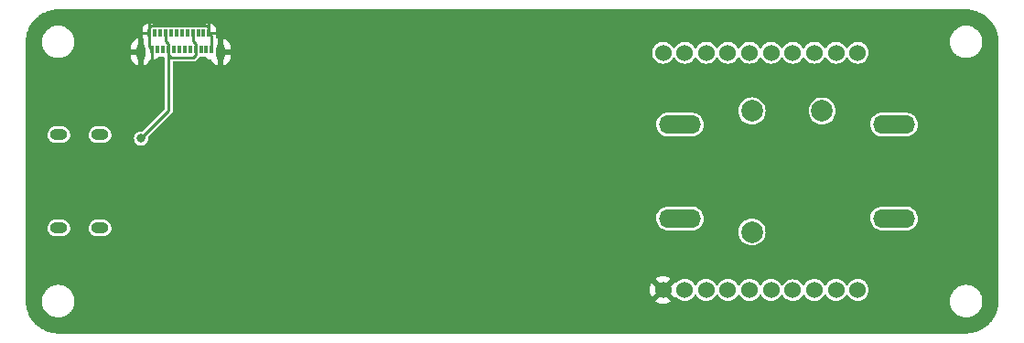
<source format=gbr>
%TF.GenerationSoftware,KiCad,Pcbnew,7.0.8*%
%TF.CreationDate,2024-02-15T14:48:36-07:00*%
%TF.ProjectId,GR-LRR-ESTOP-PCB,47522d4c-5252-42d4-9553-544f502d5043,rev?*%
%TF.SameCoordinates,Original*%
%TF.FileFunction,Copper,L2,Bot*%
%TF.FilePolarity,Positive*%
%FSLAX46Y46*%
G04 Gerber Fmt 4.6, Leading zero omitted, Abs format (unit mm)*
G04 Created by KiCad (PCBNEW 7.0.8) date 2024-02-15 14:48:36*
%MOMM*%
%LPD*%
G01*
G04 APERTURE LIST*
%TA.AperFunction,SMDPad,CuDef*%
%ADD10R,0.300000X0.800000*%
%TD*%
%TA.AperFunction,ComponentPad*%
%ADD11O,0.800000X1.600000*%
%TD*%
%TA.AperFunction,ComponentPad*%
%ADD12O,1.600000X1.000000*%
%TD*%
%TA.AperFunction,ComponentPad*%
%ADD13O,3.900000X1.700000*%
%TD*%
%TA.AperFunction,ComponentPad*%
%ADD14C,2.000000*%
%TD*%
%TA.AperFunction,ComponentPad*%
%ADD15C,1.524000*%
%TD*%
%TA.AperFunction,ViaPad*%
%ADD16C,0.800000*%
%TD*%
%TA.AperFunction,Conductor*%
%ADD17C,0.250000*%
%TD*%
G04 APERTURE END LIST*
D10*
%TO.P,J2,A1,GND_A*%
%TO.N,GND*%
X67086200Y-57969300D03*
%TO.P,J2,A2,SSTXP1*%
%TO.N,unconnected-(J2-SSTXP1-PadA2)*%
X66586200Y-57969300D03*
%TO.P,J2,A3,SSTXN1*%
%TO.N,unconnected-(J2-SSTXN1-PadA3)*%
X66086200Y-57969300D03*
%TO.P,J2,A4,VBUS_A*%
%TO.N,+5V*%
X65586200Y-57969300D03*
%TO.P,J2,A5,CC1*%
%TO.N,unconnected-(J2-CC1-PadA5)*%
X65086200Y-57969300D03*
%TO.P,J2,A6,DP1*%
%TO.N,unconnected-(J2-DP1-PadA6)*%
X64586200Y-57969300D03*
%TO.P,J2,A7,DN1*%
%TO.N,unconnected-(J2-DN1-PadA7)*%
X64086200Y-57969300D03*
%TO.P,J2,A8,SBU1*%
%TO.N,unconnected-(J2-SBU1-PadA8)*%
X63586200Y-57969300D03*
%TO.P,J2,A9,VBUS_A__1*%
%TO.N,+5V*%
X63086200Y-57969300D03*
%TO.P,J2,A10,SSRXN2*%
%TO.N,unconnected-(J2-SSRXN2-PadA10)*%
X62586200Y-57969300D03*
%TO.P,J2,A11,SSRXP2*%
%TO.N,unconnected-(J2-SSRXP2-PadA11)*%
X62086200Y-57969300D03*
%TO.P,J2,A12,GND_A__1*%
%TO.N,GND*%
X61586200Y-57969300D03*
%TO.P,J2,B1,GND_B*%
X61336200Y-56469300D03*
%TO.P,J2,B2,SSTXP2*%
%TO.N,unconnected-(J2-SSTXP2-PadB2)*%
X61836200Y-56469300D03*
%TO.P,J2,B3,SSTXN2*%
%TO.N,unconnected-(J2-SSTXN2-PadB3)*%
X62336200Y-56469300D03*
%TO.P,J2,B4,VBUS_B*%
%TO.N,+5V*%
X62836200Y-56469300D03*
%TO.P,J2,B5,CC2*%
%TO.N,unconnected-(J2-CC2-PadB5)*%
X63336200Y-56469300D03*
%TO.P,J2,B6,DP2*%
%TO.N,unconnected-(J2-DP2-PadB6)*%
X63836200Y-56469300D03*
%TO.P,J2,B7,DN2*%
%TO.N,unconnected-(J2-DN2-PadB7)*%
X64336200Y-56469300D03*
%TO.P,J2,B8,SBU2*%
%TO.N,unconnected-(J2-SBU2-PadB8)*%
X64836200Y-56469300D03*
%TO.P,J2,B9,VBUS_B__1*%
%TO.N,+5V*%
X65336200Y-56469300D03*
%TO.P,J2,B10,SSRXN1*%
%TO.N,unconnected-(J2-SSRXN1-PadB10)*%
X65836200Y-56469300D03*
%TO.P,J2,B11,SSRXP1*%
%TO.N,unconnected-(J2-SSRXP1-PadB11)*%
X66336200Y-56469300D03*
%TO.P,J2,B12,GND_B__1*%
%TO.N,GND*%
X66836200Y-56469300D03*
D11*
%TO.P,J2,S1,SHELL_GND*%
X60511200Y-58169300D03*
%TO.P,J2,S2,SHELL_GND__1*%
X67911200Y-58169300D03*
%TD*%
D12*
%TO.P,J1,*%
%TO.N,*%
X56751601Y-65835048D03*
X52951601Y-65835051D03*
X52951601Y-74475049D03*
X56751601Y-74475052D03*
%TD*%
D13*
%TO.P,SW1,1*%
%TO.N,+3.3V*%
X130218600Y-73598000D03*
%TO.P,SW1,2*%
%TO.N,Net-(R1-Pad1)*%
X130218600Y-64898000D03*
%TO.P,SW1,3*%
%TO.N,unconnected-(SW1-Pad3)*%
X110418600Y-73598000D03*
%TO.P,SW1,4*%
%TO.N,unconnected-(SW1-Pad4)*%
X110418600Y-64898000D03*
D14*
%TO.P,SW1,5*%
%TO.N,N/C*%
X123568600Y-63648000D03*
%TO.P,SW1,6*%
X117068600Y-74848000D03*
%TO.P,SW1,7*%
X117068600Y-63648000D03*
%TD*%
D15*
%TO.P,U1,1,VCC*%
%TO.N,+3.3V*%
X126847600Y-80213200D03*
%TO.P,U1,2,DOUT/DIO13*%
%TO.N,unconnected-(U1-DOUT{slash}DIO13-Pad2)*%
X124847600Y-80213200D03*
%TO.P,U1,3,DIN/!CONFIG/DIO14*%
%TO.N,unconnected-(U1-DIN{slash}!CONFIG{slash}DIO14-Pad3)*%
X122847600Y-80213200D03*
%TO.P,U1,4,DIO12/SPI_MISO*%
%TO.N,unconnected-(U1-DIO12{slash}SPI_MISO-Pad4)*%
X120847600Y-80246200D03*
%TO.P,U1,5,!RESET*%
%TO.N,unconnected-(U1-!RESET-Pad5)*%
X118847600Y-80213200D03*
%TO.P,U1,6,RSSI_PWM/DIO10*%
%TO.N,unconnected-(U1-RSSI_PWM{slash}DIO10-Pad6)*%
X116847600Y-80213200D03*
%TO.P,U1,7,PWM1/DIO11/I2C_SDA*%
%TO.N,unconnected-(U1-PWM1{slash}DIO11{slash}I2C_SDA-Pad7)*%
X114847600Y-80213200D03*
%TO.P,U1,8,[reserved]*%
%TO.N,unconnected-(U1-[reserved]-Pad8)*%
X112847600Y-80213200D03*
%TO.P,U1,9,!DTR/SLEEP_RQ/DIO8*%
%TO.N,unconnected-(U1-!DTR{slash}SLEEP_RQ{slash}DIO8-Pad9)*%
X110847600Y-80213200D03*
%TO.P,U1,10,GND*%
%TO.N,GND*%
X108847600Y-80213200D03*
%TO.P,U1,11,DIO4/SPI_MOSI*%
%TO.N,unconnected-(U1-DIO4{slash}SPI_MOSI-Pad11)*%
X108847600Y-58249800D03*
%TO.P,U1,12,!CTS/DIO7*%
%TO.N,unconnected-(U1-!CTS{slash}DIO7-Pad12)*%
X110847600Y-58249800D03*
%TO.P,U1,13,ON/!SLEEP/DIO9*%
%TO.N,unconnected-(U1-ON{slash}!SLEEP{slash}DIO9-Pad13)*%
X112847600Y-58249800D03*
%TO.P,U1,14,[reserved]*%
%TO.N,unconnected-(U1-[reserved]-Pad14)*%
X114847600Y-58249800D03*
%TO.P,U1,15,ASSOCIATE/DIO5*%
%TO.N,unconnected-(U1-ASSOCIATE{slash}DIO5-Pad15)*%
X116847600Y-58249800D03*
%TO.P,U1,16,!RTS/DIO6*%
%TO.N,unconnected-(U1-!RTS{slash}DIO6-Pad16)*%
X118847600Y-58249800D03*
%TO.P,U1,17,AD3/DIO3/SPI_!SSEL*%
%TO.N,unconnected-(U1-AD3{slash}DIO3{slash}SPI_!SSEL-Pad17)*%
X120847600Y-58249800D03*
%TO.P,U1,18,AD2/DIO2/SPI_CLK*%
%TO.N,unconnected-(U1-AD2{slash}DIO2{slash}SPI_CLK-Pad18)*%
X122847600Y-58249800D03*
%TO.P,U1,19,AD1/DIO1/SPI_!ATTN/I2C_SCL*%
%TO.N,unconnected-(U1-AD1{slash}DIO1{slash}SPI_!ATTN{slash}I2C_SCL-Pad19)*%
X124847600Y-58249800D03*
%TO.P,U1,20,AD0/DIO0*%
%TO.N,Net-(U1-AD0{slash}DIO0)*%
X126847600Y-58249800D03*
%TD*%
D16*
%TO.N,+5V*%
X60553600Y-66192400D03*
%TO.N,GND*%
X60502800Y-63703200D03*
%TD*%
D17*
%TO.N,+5V*%
X63086200Y-63659800D02*
X60553600Y-66192400D01*
X63086200Y-57969300D02*
X63086200Y-63659800D01*
X63301580Y-58694300D02*
X63086200Y-58478920D01*
X65370820Y-58694300D02*
X63301580Y-58694300D01*
X63086200Y-58478920D02*
X63086200Y-57969300D01*
X65586200Y-58478920D02*
X65370820Y-58694300D01*
X65586200Y-57969300D02*
X65586200Y-58478920D01*
X63086200Y-57459680D02*
X63086200Y-57969300D01*
X62836200Y-57209680D02*
X63086200Y-57459680D01*
X62836200Y-56469300D02*
X62836200Y-57209680D01*
X65586200Y-57459680D02*
X65586200Y-57969300D01*
X65336200Y-57209680D02*
X65586200Y-57459680D01*
X65336200Y-56469300D02*
X65336200Y-57209680D01*
%TO.N,GND*%
X66620820Y-55744300D02*
X66836200Y-55959680D01*
X61551580Y-55744300D02*
X66620820Y-55744300D01*
X66836200Y-55959680D02*
X66836200Y-56469300D01*
X61336200Y-56469300D02*
X61336200Y-55959680D01*
X61336200Y-55959680D02*
X61551580Y-55744300D01*
X61341200Y-56474300D02*
X61341200Y-57724300D01*
X61341200Y-57724300D02*
X61586200Y-57969300D01*
X61336200Y-56469300D02*
X61341200Y-56474300D01*
X61586200Y-62619800D02*
X60502800Y-63703200D01*
X61586200Y-57969300D02*
X61586200Y-62619800D01*
X66836200Y-56469300D02*
X67081200Y-56714300D01*
X67081200Y-56714300D02*
X67081200Y-57964300D01*
%TD*%
%TA.AperFunction,Conductor*%
%TO.N,GND*%
G36*
X136882219Y-54248584D02*
G01*
X137014228Y-54255503D01*
X137197627Y-54265803D01*
X137203812Y-54266465D01*
X137356247Y-54290608D01*
X137518794Y-54318226D01*
X137524411Y-54319453D01*
X137677293Y-54360418D01*
X137769722Y-54387046D01*
X137832324Y-54405082D01*
X137837359Y-54406769D01*
X137986783Y-54464127D01*
X138134607Y-54525358D01*
X138139012Y-54527388D01*
X138204780Y-54560899D01*
X138282521Y-54600511D01*
X138358028Y-54642241D01*
X138422080Y-54677641D01*
X138425815Y-54679882D01*
X138500087Y-54728115D01*
X138561472Y-54767980D01*
X138648957Y-54830053D01*
X138691364Y-54860142D01*
X138694486Y-54862510D01*
X138819348Y-54963621D01*
X138821634Y-54965567D01*
X138939321Y-55070738D01*
X138941848Y-55073128D01*
X139055470Y-55186750D01*
X139057860Y-55189277D01*
X139163031Y-55306964D01*
X139164985Y-55309260D01*
X139266080Y-55434102D01*
X139268462Y-55437243D01*
X139360619Y-55567127D01*
X139414358Y-55649875D01*
X139448706Y-55702767D01*
X139450964Y-55706531D01*
X139528088Y-55846078D01*
X139601204Y-55989575D01*
X139603243Y-55993997D01*
X139664477Y-56141829D01*
X139721821Y-56291217D01*
X139723516Y-56296273D01*
X139768179Y-56451297D01*
X139809141Y-56604171D01*
X139810378Y-56609835D01*
X139837994Y-56772369D01*
X139862130Y-56924758D01*
X139862796Y-56930985D01*
X139873109Y-57114617D01*
X139880015Y-57246377D01*
X139880100Y-57249623D01*
X139880100Y-81246376D01*
X139880015Y-81249622D01*
X139873109Y-81381382D01*
X139862796Y-81565013D01*
X139862130Y-81571240D01*
X139837994Y-81723630D01*
X139810378Y-81886163D01*
X139809141Y-81891827D01*
X139768179Y-82044702D01*
X139723516Y-82199725D01*
X139721821Y-82204781D01*
X139664477Y-82354170D01*
X139603243Y-82502001D01*
X139601204Y-82506423D01*
X139528088Y-82649921D01*
X139450964Y-82789467D01*
X139448697Y-82793246D01*
X139360619Y-82928872D01*
X139268462Y-83058755D01*
X139266080Y-83061896D01*
X139164985Y-83186738D01*
X139163031Y-83189034D01*
X139057860Y-83306721D01*
X139055470Y-83309248D01*
X138941848Y-83422870D01*
X138939321Y-83425260D01*
X138821634Y-83530431D01*
X138819338Y-83532385D01*
X138694496Y-83633480D01*
X138691355Y-83635862D01*
X138561472Y-83728019D01*
X138425846Y-83816097D01*
X138422067Y-83818364D01*
X138282521Y-83895488D01*
X138139023Y-83968604D01*
X138134601Y-83970643D01*
X137986770Y-84031877D01*
X137837381Y-84089221D01*
X137832325Y-84090916D01*
X137677302Y-84135579D01*
X137524427Y-84176541D01*
X137518763Y-84177778D01*
X137356230Y-84205394D01*
X137203840Y-84229530D01*
X137197613Y-84230196D01*
X137013982Y-84240509D01*
X136882222Y-84247415D01*
X136878976Y-84247500D01*
X52882224Y-84247500D01*
X52878978Y-84247415D01*
X52747217Y-84240509D01*
X52563585Y-84230196D01*
X52557358Y-84229530D01*
X52404969Y-84205394D01*
X52242435Y-84177778D01*
X52236771Y-84176541D01*
X52083897Y-84135579D01*
X51928873Y-84090916D01*
X51923817Y-84089221D01*
X51774429Y-84031877D01*
X51626597Y-83970643D01*
X51622175Y-83968604D01*
X51478678Y-83895488D01*
X51339131Y-83818364D01*
X51335367Y-83816106D01*
X51282475Y-83781758D01*
X51199727Y-83728019D01*
X51069843Y-83635862D01*
X51066702Y-83633480D01*
X50941860Y-83532385D01*
X50939564Y-83530431D01*
X50821877Y-83425260D01*
X50819350Y-83422870D01*
X50705728Y-83309248D01*
X50703338Y-83306721D01*
X50598167Y-83189034D01*
X50596213Y-83186738D01*
X50557448Y-83138867D01*
X50495110Y-83061886D01*
X50492736Y-83058755D01*
X50400580Y-82928872D01*
X50368006Y-82878715D01*
X50312482Y-82793215D01*
X50310241Y-82789480D01*
X50273777Y-82723502D01*
X50233111Y-82649921D01*
X50184509Y-82554537D01*
X50159988Y-82506412D01*
X50157958Y-82502007D01*
X50096722Y-82354170D01*
X50039369Y-82204759D01*
X50037682Y-82199724D01*
X50000259Y-82069828D01*
X49993014Y-82044679D01*
X49971559Y-81964608D01*
X49952053Y-81891811D01*
X49950826Y-81886194D01*
X49923201Y-81723606D01*
X49899065Y-81571212D01*
X49898403Y-81565027D01*
X49888090Y-81381382D01*
X49881184Y-81249620D01*
X49881142Y-81248004D01*
X51374957Y-81248004D01*
X51376361Y-81264941D01*
X51382629Y-81340589D01*
X51382950Y-81344456D01*
X51383162Y-81349579D01*
X51383162Y-81372081D01*
X51386865Y-81394282D01*
X51387499Y-81399365D01*
X51395491Y-81495816D01*
X51395491Y-81495818D01*
X51419254Y-81589657D01*
X51420305Y-81594672D01*
X51424007Y-81616854D01*
X51424009Y-81616862D01*
X51431314Y-81638141D01*
X51432776Y-81643053D01*
X51456535Y-81736874D01*
X51456539Y-81736887D01*
X51495415Y-81825515D01*
X51497277Y-81830286D01*
X51504586Y-81851576D01*
X51504588Y-81851579D01*
X51515298Y-81871371D01*
X51517548Y-81875975D01*
X51556427Y-81964608D01*
X51609364Y-82045634D01*
X51611988Y-82050038D01*
X51622695Y-82069823D01*
X51622698Y-82069828D01*
X51636526Y-82087595D01*
X51639503Y-82091765D01*
X51692434Y-82172782D01*
X51692438Y-82172787D01*
X51757993Y-82244000D01*
X51761306Y-82247911D01*
X51775122Y-82265662D01*
X51791680Y-82280905D01*
X51795294Y-82284519D01*
X51860856Y-82355738D01*
X51937251Y-82415199D01*
X51941147Y-82418499D01*
X51947513Y-82424360D01*
X51957699Y-82433737D01*
X51976536Y-82446044D01*
X51980702Y-82449018D01*
X52057091Y-82508474D01*
X52142240Y-82554554D01*
X52146601Y-82557153D01*
X52165455Y-82569471D01*
X52186094Y-82578524D01*
X52190633Y-82580743D01*
X52275790Y-82626828D01*
X52367354Y-82658262D01*
X52372089Y-82660109D01*
X52392716Y-82669157D01*
X52414532Y-82674681D01*
X52419416Y-82676135D01*
X52490689Y-82700603D01*
X52510985Y-82707571D01*
X52544789Y-82713211D01*
X52606466Y-82723503D01*
X52611479Y-82724555D01*
X52633276Y-82730075D01*
X52633278Y-82730075D01*
X52633285Y-82730077D01*
X52655725Y-82731936D01*
X52660769Y-82732564D01*
X52756265Y-82748500D01*
X52756266Y-82748500D01*
X52853048Y-82748500D01*
X52858161Y-82748711D01*
X52874015Y-82750025D01*
X52880598Y-82750571D01*
X52880600Y-82750571D01*
X52880602Y-82750571D01*
X52887184Y-82750025D01*
X52903038Y-82748711D01*
X52908152Y-82748500D01*
X53004930Y-82748500D01*
X53004935Y-82748500D01*
X53100451Y-82732561D01*
X53105462Y-82731937D01*
X53127915Y-82730077D01*
X53149753Y-82724546D01*
X53154705Y-82723508D01*
X53250214Y-82707571D01*
X53341798Y-82676129D01*
X53346642Y-82674688D01*
X53368484Y-82669157D01*
X53389100Y-82660113D01*
X53393834Y-82658265D01*
X53485410Y-82626828D01*
X53570575Y-82580738D01*
X53575105Y-82578524D01*
X53595745Y-82569471D01*
X53614608Y-82557146D01*
X53618937Y-82554566D01*
X53704109Y-82508474D01*
X53780531Y-82448992D01*
X53784618Y-82446073D01*
X53803498Y-82433739D01*
X53820066Y-82418487D01*
X53823941Y-82415204D01*
X53900344Y-82355738D01*
X53965913Y-82284510D01*
X53969497Y-82280925D01*
X53986077Y-82265663D01*
X53999920Y-82247876D01*
X54003181Y-82244026D01*
X54068764Y-82172785D01*
X54121727Y-82091718D01*
X54124653Y-82087620D01*
X54138502Y-82069828D01*
X54149223Y-82050016D01*
X54151833Y-82045636D01*
X54204773Y-81964607D01*
X54243661Y-81875950D01*
X54245899Y-81871375D01*
X54245901Y-81871371D01*
X54256614Y-81851576D01*
X54263936Y-81830246D01*
X54265762Y-81825564D01*
X54304663Y-81736881D01*
X54328426Y-81643041D01*
X54329878Y-81638162D01*
X54337192Y-81616859D01*
X54340896Y-81594658D01*
X54341940Y-81589677D01*
X54365708Y-81495821D01*
X54373704Y-81399321D01*
X54374333Y-81394282D01*
X54378038Y-81372081D01*
X54378688Y-81340589D01*
X54378883Y-81336812D01*
X54386243Y-81248000D01*
X54386108Y-81246376D01*
X54381118Y-81186154D01*
X54378884Y-81159190D01*
X54378688Y-81155407D01*
X54378038Y-81123919D01*
X54374333Y-81101714D01*
X54373703Y-81096666D01*
X54365708Y-81000179D01*
X54341941Y-80906327D01*
X54340895Y-80901334D01*
X54338495Y-80886953D01*
X54337192Y-80879141D01*
X54329883Y-80857850D01*
X54328425Y-80852952D01*
X54309555Y-80778437D01*
X54304663Y-80759119D01*
X54265774Y-80670461D01*
X54263929Y-80665734D01*
X54256614Y-80644424D01*
X54245898Y-80624622D01*
X54243652Y-80620029D01*
X54204773Y-80531393D01*
X54204773Y-80531392D01*
X54151831Y-80450358D01*
X54149207Y-80445954D01*
X54142297Y-80433186D01*
X54138502Y-80426172D01*
X54124680Y-80408413D01*
X54121702Y-80404242D01*
X54068766Y-80323218D01*
X54068765Y-80323217D01*
X54068764Y-80323215D01*
X54038841Y-80290710D01*
X54003206Y-80251999D01*
X53999895Y-80248090D01*
X53986077Y-80230337D01*
X53986073Y-80230332D01*
X53969519Y-80215093D01*
X53967625Y-80213200D01*
X107580779Y-80213200D01*
X107600024Y-80433176D01*
X107600026Y-80433186D01*
X107657175Y-80646470D01*
X107657180Y-80646484D01*
X107750499Y-80846607D01*
X107750500Y-80846609D01*
X107795858Y-80911387D01*
X108462696Y-80244549D01*
X108462651Y-80245098D01*
X108493866Y-80368362D01*
X108563413Y-80474812D01*
X108663757Y-80552913D01*
X108784022Y-80594200D01*
X108820153Y-80594200D01*
X108149411Y-81264941D01*
X108214182Y-81310294D01*
X108214192Y-81310300D01*
X108414315Y-81403619D01*
X108414329Y-81403624D01*
X108627613Y-81460773D01*
X108627623Y-81460775D01*
X108847599Y-81480021D01*
X108847601Y-81480021D01*
X109067576Y-81460775D01*
X109067586Y-81460773D01*
X109280870Y-81403624D01*
X109280884Y-81403619D01*
X109481008Y-81310300D01*
X109481020Y-81310293D01*
X109545786Y-81264942D01*
X109545787Y-81264940D01*
X108875048Y-80594200D01*
X108879169Y-80594200D01*
X108973021Y-80578539D01*
X109084851Y-80518020D01*
X109170971Y-80424469D01*
X109222048Y-80308023D01*
X109227705Y-80239752D01*
X109899340Y-80911386D01*
X109902938Y-80906248D01*
X109957515Y-80862623D01*
X110027014Y-80855431D01*
X110089369Y-80886953D01*
X110100366Y-80898707D01*
X110128189Y-80932610D01*
X110210512Y-81000170D01*
X110282363Y-81059136D01*
X110282366Y-81059137D01*
X110282368Y-81059139D01*
X110458251Y-81153151D01*
X110458254Y-81153151D01*
X110458258Y-81153154D01*
X110649115Y-81211050D01*
X110847600Y-81230599D01*
X111046085Y-81211050D01*
X111236942Y-81153154D01*
X111249543Y-81146419D01*
X111412831Y-81059139D01*
X111412829Y-81059139D01*
X111412837Y-81059136D01*
X111567010Y-80932610D01*
X111693536Y-80778437D01*
X111738242Y-80694799D01*
X111787204Y-80644955D01*
X111855341Y-80629494D01*
X111921021Y-80653325D01*
X111956958Y-80694799D01*
X112001660Y-80778431D01*
X112001665Y-80778438D01*
X112128189Y-80932610D01*
X112210512Y-81000170D01*
X112282363Y-81059136D01*
X112282366Y-81059137D01*
X112282368Y-81059139D01*
X112458251Y-81153151D01*
X112458254Y-81153151D01*
X112458258Y-81153154D01*
X112649115Y-81211050D01*
X112847600Y-81230599D01*
X113046085Y-81211050D01*
X113236942Y-81153154D01*
X113249543Y-81146419D01*
X113412831Y-81059139D01*
X113412829Y-81059139D01*
X113412837Y-81059136D01*
X113567010Y-80932610D01*
X113693536Y-80778437D01*
X113738242Y-80694799D01*
X113787204Y-80644955D01*
X113855341Y-80629494D01*
X113921021Y-80653325D01*
X113956958Y-80694799D01*
X114001660Y-80778431D01*
X114001665Y-80778438D01*
X114128189Y-80932610D01*
X114210512Y-81000170D01*
X114282363Y-81059136D01*
X114282366Y-81059137D01*
X114282368Y-81059139D01*
X114458251Y-81153151D01*
X114458254Y-81153151D01*
X114458258Y-81153154D01*
X114649115Y-81211050D01*
X114847600Y-81230599D01*
X115046085Y-81211050D01*
X115236942Y-81153154D01*
X115249543Y-81146419D01*
X115412831Y-81059139D01*
X115412829Y-81059139D01*
X115412837Y-81059136D01*
X115567010Y-80932610D01*
X115693536Y-80778437D01*
X115738242Y-80694799D01*
X115787204Y-80644955D01*
X115855341Y-80629494D01*
X115921021Y-80653325D01*
X115956958Y-80694799D01*
X116001660Y-80778431D01*
X116001665Y-80778438D01*
X116128189Y-80932610D01*
X116210512Y-81000170D01*
X116282363Y-81059136D01*
X116282366Y-81059137D01*
X116282368Y-81059139D01*
X116458251Y-81153151D01*
X116458254Y-81153151D01*
X116458258Y-81153154D01*
X116649115Y-81211050D01*
X116847600Y-81230599D01*
X117046085Y-81211050D01*
X117236942Y-81153154D01*
X117249543Y-81146419D01*
X117412831Y-81059139D01*
X117412829Y-81059139D01*
X117412837Y-81059136D01*
X117567010Y-80932610D01*
X117693536Y-80778437D01*
X117738242Y-80694799D01*
X117787204Y-80644955D01*
X117855341Y-80629494D01*
X117921021Y-80653325D01*
X117956958Y-80694799D01*
X118001660Y-80778431D01*
X118001665Y-80778438D01*
X118128189Y-80932610D01*
X118210512Y-81000170D01*
X118282363Y-81059136D01*
X118282366Y-81059137D01*
X118282368Y-81059139D01*
X118458251Y-81153151D01*
X118458254Y-81153151D01*
X118458258Y-81153154D01*
X118649115Y-81211050D01*
X118847600Y-81230599D01*
X119046085Y-81211050D01*
X119236942Y-81153154D01*
X119249543Y-81146419D01*
X119412831Y-81059139D01*
X119412829Y-81059139D01*
X119412837Y-81059136D01*
X119567010Y-80932610D01*
X119693536Y-80778437D01*
X119729422Y-80711298D01*
X119778383Y-80661455D01*
X119846521Y-80645994D01*
X119912201Y-80669825D01*
X119948138Y-80711299D01*
X120001659Y-80811431D01*
X120001665Y-80811438D01*
X120128189Y-80965610D01*
X120235475Y-81053656D01*
X120282363Y-81092136D01*
X120282366Y-81092137D01*
X120282368Y-81092139D01*
X120458251Y-81186151D01*
X120458254Y-81186151D01*
X120458258Y-81186154D01*
X120649115Y-81244050D01*
X120847600Y-81263599D01*
X121005939Y-81248004D01*
X135374957Y-81248004D01*
X135376361Y-81264941D01*
X135382629Y-81340589D01*
X135382950Y-81344456D01*
X135383162Y-81349579D01*
X135383162Y-81372081D01*
X135386865Y-81394282D01*
X135387499Y-81399365D01*
X135395491Y-81495816D01*
X135395491Y-81495818D01*
X135419254Y-81589657D01*
X135420305Y-81594672D01*
X135424007Y-81616854D01*
X135424009Y-81616862D01*
X135431314Y-81638141D01*
X135432776Y-81643053D01*
X135456535Y-81736874D01*
X135456539Y-81736887D01*
X135495415Y-81825515D01*
X135497277Y-81830286D01*
X135504586Y-81851576D01*
X135504588Y-81851579D01*
X135515298Y-81871371D01*
X135517548Y-81875975D01*
X135556427Y-81964608D01*
X135609364Y-82045634D01*
X135611988Y-82050038D01*
X135622695Y-82069823D01*
X135622698Y-82069828D01*
X135636526Y-82087595D01*
X135639503Y-82091765D01*
X135692434Y-82172782D01*
X135692438Y-82172787D01*
X135757993Y-82244000D01*
X135761306Y-82247911D01*
X135775122Y-82265662D01*
X135791680Y-82280905D01*
X135795294Y-82284519D01*
X135860856Y-82355738D01*
X135937251Y-82415199D01*
X135941147Y-82418499D01*
X135947513Y-82424360D01*
X135957699Y-82433737D01*
X135976536Y-82446044D01*
X135980702Y-82449018D01*
X136057091Y-82508474D01*
X136142240Y-82554554D01*
X136146601Y-82557153D01*
X136165455Y-82569471D01*
X136186094Y-82578524D01*
X136190633Y-82580743D01*
X136275790Y-82626828D01*
X136367354Y-82658262D01*
X136372089Y-82660109D01*
X136392716Y-82669157D01*
X136414532Y-82674681D01*
X136419416Y-82676135D01*
X136490689Y-82700603D01*
X136510985Y-82707571D01*
X136544789Y-82713211D01*
X136606466Y-82723503D01*
X136611479Y-82724555D01*
X136633276Y-82730075D01*
X136633278Y-82730075D01*
X136633285Y-82730077D01*
X136655725Y-82731936D01*
X136660769Y-82732564D01*
X136756265Y-82748500D01*
X136756266Y-82748500D01*
X136853048Y-82748500D01*
X136858161Y-82748711D01*
X136874015Y-82750025D01*
X136880598Y-82750571D01*
X136880600Y-82750571D01*
X136880602Y-82750571D01*
X136887184Y-82750025D01*
X136903038Y-82748711D01*
X136908152Y-82748500D01*
X137004930Y-82748500D01*
X137004935Y-82748500D01*
X137100451Y-82732561D01*
X137105462Y-82731937D01*
X137127915Y-82730077D01*
X137149753Y-82724546D01*
X137154705Y-82723508D01*
X137250214Y-82707571D01*
X137341798Y-82676129D01*
X137346642Y-82674688D01*
X137368484Y-82669157D01*
X137389100Y-82660113D01*
X137393834Y-82658265D01*
X137485410Y-82626828D01*
X137570575Y-82580738D01*
X137575105Y-82578524D01*
X137595745Y-82569471D01*
X137614608Y-82557146D01*
X137618937Y-82554566D01*
X137704109Y-82508474D01*
X137780531Y-82448992D01*
X137784618Y-82446073D01*
X137803498Y-82433739D01*
X137820066Y-82418487D01*
X137823941Y-82415204D01*
X137900344Y-82355738D01*
X137965913Y-82284510D01*
X137969497Y-82280925D01*
X137986077Y-82265663D01*
X137999920Y-82247876D01*
X138003181Y-82244026D01*
X138068764Y-82172785D01*
X138121727Y-82091718D01*
X138124653Y-82087620D01*
X138138502Y-82069828D01*
X138149223Y-82050016D01*
X138151833Y-82045636D01*
X138204773Y-81964607D01*
X138243661Y-81875950D01*
X138245899Y-81871375D01*
X138245901Y-81871371D01*
X138256614Y-81851576D01*
X138263936Y-81830246D01*
X138265762Y-81825564D01*
X138304663Y-81736881D01*
X138328426Y-81643041D01*
X138329878Y-81638162D01*
X138337192Y-81616859D01*
X138340896Y-81594658D01*
X138341940Y-81589677D01*
X138365708Y-81495821D01*
X138373704Y-81399321D01*
X138374333Y-81394282D01*
X138378038Y-81372081D01*
X138378688Y-81340589D01*
X138378883Y-81336812D01*
X138386243Y-81248000D01*
X138386108Y-81246376D01*
X138381118Y-81186154D01*
X138378884Y-81159190D01*
X138378688Y-81155407D01*
X138378038Y-81123919D01*
X138374333Y-81101714D01*
X138373703Y-81096666D01*
X138365708Y-81000179D01*
X138341941Y-80906327D01*
X138340895Y-80901334D01*
X138338495Y-80886953D01*
X138337192Y-80879141D01*
X138329883Y-80857850D01*
X138328425Y-80852952D01*
X138309555Y-80778437D01*
X138304663Y-80759119D01*
X138265774Y-80670461D01*
X138263929Y-80665734D01*
X138256614Y-80644424D01*
X138245898Y-80624622D01*
X138243652Y-80620029D01*
X138204773Y-80531393D01*
X138204773Y-80531392D01*
X138151831Y-80450358D01*
X138149207Y-80445954D01*
X138142297Y-80433186D01*
X138138502Y-80426172D01*
X138124680Y-80408413D01*
X138121702Y-80404242D01*
X138068766Y-80323218D01*
X138068765Y-80323217D01*
X138068764Y-80323215D01*
X138038841Y-80290710D01*
X138003206Y-80251999D01*
X137999895Y-80248090D01*
X137986077Y-80230337D01*
X137986073Y-80230332D01*
X137969519Y-80215093D01*
X137965901Y-80211476D01*
X137900344Y-80140262D01*
X137823952Y-80080804D01*
X137820044Y-80077493D01*
X137803498Y-80062261D01*
X137784663Y-80049955D01*
X137780497Y-80046981D01*
X137704109Y-79987526D01*
X137704108Y-79987525D01*
X137704105Y-79987523D01*
X137704103Y-79987522D01*
X137618985Y-79941459D01*
X137614581Y-79938835D01*
X137595745Y-79926529D01*
X137575147Y-79917494D01*
X137570540Y-79915242D01*
X137485411Y-79869172D01*
X137485402Y-79869169D01*
X137393859Y-79837742D01*
X137389084Y-79835879D01*
X137388912Y-79835803D01*
X137368484Y-79826843D01*
X137368480Y-79826842D01*
X137368478Y-79826841D01*
X137346676Y-79821319D01*
X137341766Y-79819858D01*
X137250214Y-79788429D01*
X137154738Y-79772496D01*
X137149723Y-79771444D01*
X137127912Y-79765922D01*
X137127916Y-79765922D01*
X137105495Y-79764065D01*
X137100410Y-79763431D01*
X137004936Y-79747500D01*
X137004935Y-79747500D01*
X136908141Y-79747500D01*
X136903027Y-79747288D01*
X136887155Y-79745973D01*
X136880602Y-79745430D01*
X136880598Y-79745430D01*
X136874044Y-79745973D01*
X136858172Y-79747288D01*
X136853059Y-79747500D01*
X136756265Y-79747500D01*
X136660788Y-79763431D01*
X136655703Y-79764065D01*
X136633288Y-79765922D01*
X136633283Y-79765923D01*
X136611480Y-79771444D01*
X136606466Y-79772495D01*
X136510982Y-79788429D01*
X136419434Y-79819856D01*
X136414527Y-79821317D01*
X136392726Y-79826839D01*
X136392716Y-79826843D01*
X136372110Y-79835881D01*
X136367338Y-79837742D01*
X136275794Y-79869170D01*
X136275783Y-79869175D01*
X136190662Y-79915240D01*
X136186058Y-79917491D01*
X136165454Y-79926529D01*
X136165445Y-79926534D01*
X136146623Y-79938831D01*
X136142221Y-79941455D01*
X136057092Y-79987524D01*
X136057089Y-79987527D01*
X135980706Y-80046977D01*
X135976538Y-80049954D01*
X135957699Y-80062263D01*
X135941142Y-80077503D01*
X135937235Y-80080812D01*
X135860855Y-80140262D01*
X135795297Y-80211476D01*
X135791675Y-80215098D01*
X135775129Y-80230330D01*
X135775114Y-80230346D01*
X135761299Y-80248094D01*
X135757990Y-80252001D01*
X135692436Y-80323215D01*
X135639501Y-80404236D01*
X135636525Y-80408404D01*
X135622699Y-80426170D01*
X135622694Y-80426177D01*
X135611986Y-80445964D01*
X135609363Y-80450365D01*
X135556428Y-80531390D01*
X135517553Y-80620015D01*
X135515304Y-80624615D01*
X135504585Y-80644424D01*
X135497276Y-80665714D01*
X135495414Y-80670487D01*
X135484750Y-80694799D01*
X135456539Y-80759116D01*
X135456536Y-80759122D01*
X135432777Y-80852942D01*
X135431316Y-80857850D01*
X135424008Y-80879140D01*
X135420305Y-80901327D01*
X135419254Y-80906342D01*
X135395491Y-81000178D01*
X135395491Y-81000182D01*
X135387498Y-81096634D01*
X135386865Y-81101714D01*
X135383162Y-81123919D01*
X135383162Y-81146419D01*
X135382950Y-81151535D01*
X135382313Y-81159228D01*
X135374957Y-81247994D01*
X135374957Y-81248004D01*
X121005939Y-81248004D01*
X121046085Y-81244050D01*
X121236942Y-81186154D01*
X121294466Y-81155407D01*
X121394918Y-81101714D01*
X121412837Y-81092136D01*
X121567010Y-80965610D01*
X121693536Y-80811437D01*
X121747062Y-80711296D01*
X121796023Y-80661455D01*
X121864160Y-80645994D01*
X121929840Y-80669825D01*
X121965777Y-80711299D01*
X122001659Y-80778431D01*
X122001665Y-80778438D01*
X122128189Y-80932610D01*
X122210512Y-81000170D01*
X122282363Y-81059136D01*
X122282366Y-81059137D01*
X122282368Y-81059139D01*
X122458251Y-81153151D01*
X122458254Y-81153151D01*
X122458258Y-81153154D01*
X122649115Y-81211050D01*
X122847600Y-81230599D01*
X123046085Y-81211050D01*
X123236942Y-81153154D01*
X123249543Y-81146419D01*
X123412831Y-81059139D01*
X123412829Y-81059139D01*
X123412837Y-81059136D01*
X123567010Y-80932610D01*
X123693536Y-80778437D01*
X123738242Y-80694799D01*
X123787204Y-80644955D01*
X123855341Y-80629494D01*
X123921021Y-80653325D01*
X123956958Y-80694799D01*
X124001660Y-80778431D01*
X124001665Y-80778438D01*
X124128189Y-80932610D01*
X124210512Y-81000170D01*
X124282363Y-81059136D01*
X124282366Y-81059137D01*
X124282368Y-81059139D01*
X124458251Y-81153151D01*
X124458254Y-81153151D01*
X124458258Y-81153154D01*
X124649115Y-81211050D01*
X124847600Y-81230599D01*
X125046085Y-81211050D01*
X125236942Y-81153154D01*
X125249543Y-81146419D01*
X125412831Y-81059139D01*
X125412829Y-81059139D01*
X125412837Y-81059136D01*
X125567010Y-80932610D01*
X125693536Y-80778437D01*
X125738242Y-80694799D01*
X125787204Y-80644955D01*
X125855341Y-80629494D01*
X125921021Y-80653325D01*
X125956958Y-80694799D01*
X126001660Y-80778431D01*
X126001665Y-80778438D01*
X126128189Y-80932610D01*
X126210512Y-81000170D01*
X126282363Y-81059136D01*
X126282366Y-81059137D01*
X126282368Y-81059139D01*
X126458251Y-81153151D01*
X126458254Y-81153151D01*
X126458258Y-81153154D01*
X126649115Y-81211050D01*
X126847600Y-81230599D01*
X127046085Y-81211050D01*
X127236942Y-81153154D01*
X127249543Y-81146419D01*
X127412831Y-81059139D01*
X127412829Y-81059139D01*
X127412837Y-81059136D01*
X127567010Y-80932610D01*
X127693536Y-80778437D01*
X127760410Y-80653325D01*
X127787551Y-80602548D01*
X127787551Y-80602547D01*
X127787554Y-80602542D01*
X127845450Y-80411685D01*
X127864999Y-80213200D01*
X127845450Y-80014715D01*
X127787554Y-79823858D01*
X127787551Y-79823854D01*
X127787551Y-79823851D01*
X127693539Y-79647968D01*
X127693537Y-79647965D01*
X127693536Y-79647963D01*
X127627114Y-79567027D01*
X127567010Y-79493789D01*
X127412838Y-79367265D01*
X127412831Y-79367260D01*
X127236948Y-79273248D01*
X127236942Y-79273246D01*
X127046085Y-79215350D01*
X127046083Y-79215349D01*
X127046081Y-79215349D01*
X126847600Y-79195801D01*
X126649118Y-79215349D01*
X126458251Y-79273248D01*
X126282368Y-79367260D01*
X126282361Y-79367265D01*
X126128189Y-79493789D01*
X126001665Y-79647961D01*
X126001659Y-79647968D01*
X125956958Y-79731600D01*
X125907996Y-79781445D01*
X125839858Y-79796905D01*
X125774178Y-79773073D01*
X125738242Y-79731600D01*
X125693540Y-79647968D01*
X125693534Y-79647961D01*
X125567010Y-79493789D01*
X125412838Y-79367265D01*
X125412831Y-79367260D01*
X125236948Y-79273248D01*
X125236942Y-79273246D01*
X125046085Y-79215350D01*
X125046083Y-79215349D01*
X125046081Y-79215349D01*
X124847600Y-79195801D01*
X124649118Y-79215349D01*
X124458251Y-79273248D01*
X124282368Y-79367260D01*
X124282361Y-79367265D01*
X124128189Y-79493789D01*
X124001665Y-79647961D01*
X124001659Y-79647968D01*
X123956958Y-79731600D01*
X123907996Y-79781445D01*
X123839858Y-79796905D01*
X123774178Y-79773073D01*
X123738242Y-79731600D01*
X123693540Y-79647968D01*
X123693534Y-79647961D01*
X123567010Y-79493789D01*
X123412838Y-79367265D01*
X123412831Y-79367260D01*
X123236948Y-79273248D01*
X123236942Y-79273246D01*
X123046085Y-79215350D01*
X123046083Y-79215349D01*
X123046081Y-79215349D01*
X122847600Y-79195801D01*
X122649118Y-79215349D01*
X122458251Y-79273248D01*
X122282368Y-79367260D01*
X122282361Y-79367265D01*
X122128189Y-79493789D01*
X122001665Y-79647961D01*
X122001662Y-79647965D01*
X121948138Y-79748101D01*
X121899175Y-79797945D01*
X121831037Y-79813405D01*
X121765358Y-79789573D01*
X121729422Y-79748100D01*
X121693539Y-79680968D01*
X121693537Y-79680965D01*
X121693536Y-79680963D01*
X121610503Y-79579786D01*
X121567010Y-79526789D01*
X121412838Y-79400265D01*
X121412831Y-79400260D01*
X121236948Y-79306248D01*
X121236942Y-79306246D01*
X121046085Y-79248350D01*
X121046083Y-79248349D01*
X121046081Y-79248349D01*
X120847600Y-79228801D01*
X120649118Y-79248349D01*
X120458251Y-79306248D01*
X120282368Y-79400260D01*
X120282361Y-79400265D01*
X120128189Y-79526789D01*
X120001665Y-79680961D01*
X120001662Y-79680965D01*
X119965777Y-79748101D01*
X119916814Y-79797945D01*
X119848676Y-79813405D01*
X119782997Y-79789573D01*
X119747061Y-79748100D01*
X119693539Y-79647968D01*
X119693537Y-79647965D01*
X119693536Y-79647963D01*
X119627114Y-79567027D01*
X119567010Y-79493789D01*
X119412838Y-79367265D01*
X119412831Y-79367260D01*
X119236948Y-79273248D01*
X119236942Y-79273246D01*
X119046085Y-79215350D01*
X119046083Y-79215349D01*
X119046081Y-79215349D01*
X118847600Y-79195801D01*
X118649118Y-79215349D01*
X118458251Y-79273248D01*
X118282368Y-79367260D01*
X118282361Y-79367265D01*
X118128189Y-79493789D01*
X118001665Y-79647961D01*
X118001659Y-79647968D01*
X117956958Y-79731600D01*
X117907996Y-79781445D01*
X117839858Y-79796905D01*
X117774178Y-79773073D01*
X117738242Y-79731600D01*
X117693540Y-79647968D01*
X117693534Y-79647961D01*
X117567010Y-79493789D01*
X117412838Y-79367265D01*
X117412831Y-79367260D01*
X117236948Y-79273248D01*
X117236942Y-79273246D01*
X117046085Y-79215350D01*
X117046083Y-79215349D01*
X117046081Y-79215349D01*
X116847600Y-79195801D01*
X116649118Y-79215349D01*
X116458251Y-79273248D01*
X116282368Y-79367260D01*
X116282361Y-79367265D01*
X116128189Y-79493789D01*
X116001665Y-79647961D01*
X116001659Y-79647968D01*
X115956958Y-79731600D01*
X115907996Y-79781445D01*
X115839858Y-79796905D01*
X115774178Y-79773073D01*
X115738242Y-79731600D01*
X115693540Y-79647968D01*
X115693534Y-79647961D01*
X115567010Y-79493789D01*
X115412838Y-79367265D01*
X115412831Y-79367260D01*
X115236948Y-79273248D01*
X115236942Y-79273246D01*
X115046085Y-79215350D01*
X115046083Y-79215349D01*
X115046081Y-79215349D01*
X114847600Y-79195801D01*
X114649118Y-79215349D01*
X114458251Y-79273248D01*
X114282368Y-79367260D01*
X114282361Y-79367265D01*
X114128189Y-79493789D01*
X114001665Y-79647961D01*
X114001659Y-79647968D01*
X113956958Y-79731600D01*
X113907996Y-79781445D01*
X113839858Y-79796905D01*
X113774178Y-79773073D01*
X113738242Y-79731600D01*
X113693540Y-79647968D01*
X113693534Y-79647961D01*
X113567010Y-79493789D01*
X113412838Y-79367265D01*
X113412831Y-79367260D01*
X113236948Y-79273248D01*
X113236942Y-79273246D01*
X113046085Y-79215350D01*
X113046083Y-79215349D01*
X113046081Y-79215349D01*
X112847600Y-79195801D01*
X112649118Y-79215349D01*
X112458251Y-79273248D01*
X112282368Y-79367260D01*
X112282361Y-79367265D01*
X112128189Y-79493789D01*
X112001665Y-79647961D01*
X112001659Y-79647968D01*
X111956958Y-79731600D01*
X111907996Y-79781445D01*
X111839858Y-79796905D01*
X111774178Y-79773073D01*
X111738242Y-79731600D01*
X111693540Y-79647968D01*
X111693534Y-79647961D01*
X111567010Y-79493789D01*
X111412838Y-79367265D01*
X111412831Y-79367260D01*
X111236948Y-79273248D01*
X111236942Y-79273246D01*
X111046085Y-79215350D01*
X111046083Y-79215349D01*
X111046081Y-79215349D01*
X110847600Y-79195801D01*
X110649118Y-79215349D01*
X110458251Y-79273248D01*
X110282368Y-79367260D01*
X110282361Y-79367265D01*
X110128188Y-79493790D01*
X110100365Y-79527693D01*
X110042619Y-79567027D01*
X109972774Y-79568896D01*
X109913007Y-79532708D01*
X109902938Y-79520150D01*
X109899339Y-79515011D01*
X109232503Y-80181848D01*
X109232549Y-80181302D01*
X109201334Y-80058038D01*
X109131787Y-79951588D01*
X109031443Y-79873487D01*
X108911178Y-79832200D01*
X108875047Y-79832200D01*
X109545787Y-79161458D01*
X109481009Y-79116100D01*
X109481007Y-79116099D01*
X109280884Y-79022780D01*
X109280870Y-79022775D01*
X109067586Y-78965626D01*
X109067576Y-78965624D01*
X108847601Y-78946379D01*
X108847599Y-78946379D01*
X108627623Y-78965624D01*
X108627613Y-78965626D01*
X108414329Y-79022775D01*
X108414320Y-79022779D01*
X108214186Y-79116103D01*
X108149412Y-79161457D01*
X108149411Y-79161458D01*
X108820154Y-79832200D01*
X108816031Y-79832200D01*
X108722179Y-79847861D01*
X108610349Y-79908380D01*
X108524229Y-80001931D01*
X108473152Y-80118377D01*
X108467494Y-80186647D01*
X107795858Y-79515011D01*
X107795857Y-79515012D01*
X107750503Y-79579786D01*
X107657179Y-79779920D01*
X107657175Y-79779929D01*
X107600026Y-79993213D01*
X107600024Y-79993223D01*
X107580779Y-80213199D01*
X107580779Y-80213200D01*
X53967625Y-80213200D01*
X53965901Y-80211476D01*
X53900344Y-80140262D01*
X53823952Y-80080804D01*
X53820044Y-80077493D01*
X53803498Y-80062261D01*
X53784663Y-80049955D01*
X53780497Y-80046981D01*
X53704109Y-79987526D01*
X53704108Y-79987525D01*
X53704105Y-79987523D01*
X53704103Y-79987522D01*
X53618985Y-79941459D01*
X53614581Y-79938835D01*
X53595745Y-79926529D01*
X53575147Y-79917494D01*
X53570540Y-79915242D01*
X53485411Y-79869172D01*
X53485402Y-79869169D01*
X53393859Y-79837742D01*
X53389084Y-79835879D01*
X53388912Y-79835803D01*
X53368484Y-79826843D01*
X53368480Y-79826842D01*
X53368478Y-79826841D01*
X53346676Y-79821319D01*
X53341766Y-79819858D01*
X53250214Y-79788429D01*
X53154738Y-79772496D01*
X53149723Y-79771444D01*
X53127912Y-79765922D01*
X53127916Y-79765922D01*
X53105495Y-79764065D01*
X53100410Y-79763431D01*
X53004936Y-79747500D01*
X53004935Y-79747500D01*
X52908141Y-79747500D01*
X52903027Y-79747288D01*
X52887155Y-79745973D01*
X52880602Y-79745430D01*
X52880598Y-79745430D01*
X52874044Y-79745973D01*
X52858172Y-79747288D01*
X52853059Y-79747500D01*
X52756265Y-79747500D01*
X52660788Y-79763431D01*
X52655703Y-79764065D01*
X52633288Y-79765922D01*
X52633283Y-79765923D01*
X52611480Y-79771444D01*
X52606466Y-79772495D01*
X52510982Y-79788429D01*
X52419434Y-79819856D01*
X52414527Y-79821317D01*
X52392726Y-79826839D01*
X52392716Y-79826843D01*
X52372110Y-79835881D01*
X52367338Y-79837742D01*
X52275794Y-79869170D01*
X52275783Y-79869175D01*
X52190662Y-79915240D01*
X52186058Y-79917491D01*
X52165454Y-79926529D01*
X52165445Y-79926534D01*
X52146623Y-79938831D01*
X52142221Y-79941455D01*
X52057092Y-79987524D01*
X52057089Y-79987527D01*
X51980706Y-80046977D01*
X51976538Y-80049954D01*
X51957699Y-80062263D01*
X51941142Y-80077503D01*
X51937235Y-80080812D01*
X51860855Y-80140262D01*
X51795297Y-80211476D01*
X51791675Y-80215098D01*
X51775129Y-80230330D01*
X51775114Y-80230346D01*
X51761299Y-80248094D01*
X51757990Y-80252001D01*
X51692436Y-80323215D01*
X51639501Y-80404236D01*
X51636525Y-80408404D01*
X51622699Y-80426170D01*
X51622694Y-80426177D01*
X51611986Y-80445964D01*
X51609363Y-80450365D01*
X51556428Y-80531390D01*
X51517553Y-80620015D01*
X51515304Y-80624615D01*
X51504585Y-80644424D01*
X51497276Y-80665714D01*
X51495414Y-80670487D01*
X51484750Y-80694799D01*
X51456539Y-80759116D01*
X51456536Y-80759122D01*
X51432777Y-80852942D01*
X51431316Y-80857850D01*
X51424008Y-80879140D01*
X51420305Y-80901327D01*
X51419254Y-80906342D01*
X51395491Y-81000178D01*
X51395491Y-81000182D01*
X51387498Y-81096634D01*
X51386865Y-81101714D01*
X51383162Y-81123919D01*
X51383162Y-81146419D01*
X51382950Y-81151535D01*
X51382313Y-81159228D01*
X51374957Y-81247994D01*
X51374957Y-81248004D01*
X49881142Y-81248004D01*
X49881100Y-81246377D01*
X49881100Y-74518982D01*
X51897269Y-74518982D01*
X51916850Y-74630024D01*
X51927736Y-74691760D01*
X51997224Y-74852853D01*
X51997225Y-74852855D01*
X51997227Y-74852858D01*
X52051879Y-74926267D01*
X52101991Y-74993579D01*
X52236387Y-75106351D01*
X52314089Y-75145374D01*
X52393163Y-75185087D01*
X52393164Y-75185087D01*
X52393168Y-75185089D01*
X52563880Y-75225549D01*
X52563883Y-75225549D01*
X53295302Y-75225549D01*
X53295310Y-75225549D01*
X53425856Y-75210290D01*
X53590718Y-75150286D01*
X53737297Y-75053879D01*
X53857693Y-74926267D01*
X53945413Y-74774330D01*
X53995731Y-74606259D01*
X54000814Y-74518987D01*
X55697270Y-74518987D01*
X55721910Y-74658725D01*
X55727734Y-74691755D01*
X55727736Y-74691763D01*
X55797224Y-74852856D01*
X55797225Y-74852858D01*
X55797227Y-74852861D01*
X55851879Y-74926270D01*
X55901991Y-74993582D01*
X56036387Y-75106354D01*
X56114089Y-75145377D01*
X56193163Y-75185090D01*
X56193164Y-75185090D01*
X56193168Y-75185092D01*
X56363880Y-75225552D01*
X56363883Y-75225552D01*
X57095302Y-75225552D01*
X57095310Y-75225552D01*
X57225856Y-75210293D01*
X57390718Y-75150289D01*
X57537297Y-75053882D01*
X57657693Y-74926270D01*
X57702881Y-74848002D01*
X115813323Y-74848002D01*
X115832393Y-75065975D01*
X115832393Y-75065979D01*
X115889022Y-75277322D01*
X115889024Y-75277326D01*
X115889025Y-75277330D01*
X115935261Y-75376484D01*
X115981497Y-75475638D01*
X115981498Y-75475639D01*
X116107002Y-75654877D01*
X116261723Y-75809598D01*
X116440961Y-75935102D01*
X116639270Y-76027575D01*
X116850623Y-76084207D01*
X117033526Y-76100208D01*
X117068598Y-76103277D01*
X117068600Y-76103277D01*
X117068602Y-76103277D01*
X117096854Y-76100805D01*
X117286577Y-76084207D01*
X117497930Y-76027575D01*
X117696239Y-75935102D01*
X117875477Y-75809598D01*
X118030198Y-75654877D01*
X118155702Y-75475639D01*
X118248175Y-75277330D01*
X118304807Y-75065977D01*
X118323452Y-74852856D01*
X118323877Y-74848002D01*
X118323877Y-74847997D01*
X118317432Y-74774330D01*
X118304807Y-74630023D01*
X118248175Y-74418670D01*
X118155702Y-74220362D01*
X118155700Y-74220359D01*
X118155699Y-74220357D01*
X118030199Y-74041124D01*
X118012902Y-74023827D01*
X117875477Y-73886402D01*
X117702116Y-73765013D01*
X117696238Y-73760897D01*
X117597084Y-73714661D01*
X117497930Y-73668425D01*
X117497926Y-73668424D01*
X117497922Y-73668422D01*
X117286577Y-73611793D01*
X117068602Y-73592723D01*
X117068598Y-73592723D01*
X116923282Y-73605436D01*
X116850623Y-73611793D01*
X116850620Y-73611793D01*
X116639277Y-73668422D01*
X116639268Y-73668426D01*
X116440961Y-73760898D01*
X116440957Y-73760900D01*
X116261721Y-73886402D01*
X116107002Y-74041121D01*
X115981500Y-74220357D01*
X115981498Y-74220361D01*
X115889026Y-74418668D01*
X115889022Y-74418677D01*
X115832393Y-74630020D01*
X115832393Y-74630024D01*
X115813323Y-74847997D01*
X115813323Y-74848002D01*
X57702881Y-74848002D01*
X57745413Y-74774333D01*
X57795731Y-74606262D01*
X57805932Y-74431117D01*
X57775466Y-74258341D01*
X57705978Y-74097248D01*
X57705971Y-74097239D01*
X57603486Y-73959578D01*
X57601211Y-73956522D01*
X57601207Y-73956519D01*
X57466815Y-73843750D01*
X57466813Y-73843749D01*
X57310038Y-73765013D01*
X57310034Y-73765012D01*
X57139322Y-73724552D01*
X56407892Y-73724552D01*
X56303455Y-73736759D01*
X56277344Y-73739811D01*
X56277341Y-73739812D01*
X56112485Y-73799814D01*
X56112481Y-73799816D01*
X55965907Y-73896219D01*
X55965906Y-73896220D01*
X55845511Y-74023830D01*
X55757789Y-74175770D01*
X55707471Y-74343841D01*
X55707470Y-74343846D01*
X55697270Y-74518982D01*
X55697270Y-74518987D01*
X54000814Y-74518987D01*
X54005932Y-74431114D01*
X53975466Y-74258338D01*
X53905978Y-74097245D01*
X53876198Y-74057244D01*
X53801210Y-73956518D01*
X53666815Y-73843747D01*
X53666813Y-73843746D01*
X53510038Y-73765010D01*
X53510034Y-73765009D01*
X53339322Y-73724549D01*
X52607892Y-73724549D01*
X52503455Y-73736756D01*
X52477344Y-73739808D01*
X52477341Y-73739809D01*
X52312485Y-73799811D01*
X52312481Y-73799813D01*
X52165907Y-73896216D01*
X52165906Y-73896217D01*
X52045511Y-74023827D01*
X51957789Y-74175767D01*
X51907471Y-74343838D01*
X51907470Y-74343843D01*
X51897269Y-74518982D01*
X49881100Y-74518982D01*
X49881100Y-73545401D01*
X108214346Y-73545401D01*
X108224345Y-73755327D01*
X108273896Y-73959578D01*
X108273898Y-73959582D01*
X108361198Y-74150743D01*
X108361201Y-74150748D01*
X108361202Y-74150750D01*
X108361204Y-74150753D01*
X108437817Y-74258341D01*
X108483115Y-74321953D01*
X108483120Y-74321959D01*
X108635220Y-74466985D01*
X108730178Y-74528011D01*
X108812028Y-74580613D01*
X109007143Y-74658725D01*
X109110329Y-74678612D01*
X109213514Y-74698500D01*
X109213515Y-74698500D01*
X111571019Y-74698500D01*
X111571025Y-74698500D01*
X111727818Y-74683528D01*
X111929475Y-74624316D01*
X112116282Y-74528011D01*
X112281486Y-74398092D01*
X112419119Y-74239256D01*
X112430028Y-74220362D01*
X112524201Y-74057249D01*
X112524200Y-74057249D01*
X112524204Y-74057244D01*
X112592944Y-73858633D01*
X112622854Y-73650602D01*
X112617843Y-73545401D01*
X128014346Y-73545401D01*
X128024345Y-73755327D01*
X128073896Y-73959578D01*
X128073898Y-73959582D01*
X128161198Y-74150743D01*
X128161201Y-74150748D01*
X128161202Y-74150750D01*
X128161204Y-74150753D01*
X128237817Y-74258341D01*
X128283115Y-74321953D01*
X128283120Y-74321959D01*
X128435220Y-74466985D01*
X128530178Y-74528011D01*
X128612028Y-74580613D01*
X128807143Y-74658725D01*
X128910329Y-74678612D01*
X129013514Y-74698500D01*
X129013515Y-74698500D01*
X131371019Y-74698500D01*
X131371025Y-74698500D01*
X131527818Y-74683528D01*
X131729475Y-74624316D01*
X131916282Y-74528011D01*
X132081486Y-74398092D01*
X132219119Y-74239256D01*
X132230028Y-74220362D01*
X132324201Y-74057249D01*
X132324200Y-74057249D01*
X132324204Y-74057244D01*
X132392944Y-73858633D01*
X132422854Y-73650602D01*
X132412854Y-73440670D01*
X132363304Y-73236424D01*
X132363301Y-73236417D01*
X132276001Y-73045256D01*
X132275998Y-73045251D01*
X132275997Y-73045250D01*
X132275996Y-73045247D01*
X132154086Y-72874048D01*
X132154084Y-72874046D01*
X132154079Y-72874040D01*
X132001979Y-72729014D01*
X131825174Y-72615388D01*
X131630055Y-72537274D01*
X131423686Y-72497500D01*
X131423685Y-72497500D01*
X129066175Y-72497500D01*
X128909382Y-72512472D01*
X128909378Y-72512473D01*
X128707727Y-72571683D01*
X128520913Y-72667991D01*
X128355716Y-72797905D01*
X128355712Y-72797909D01*
X128218078Y-72956746D01*
X128112998Y-73138750D01*
X128044256Y-73337365D01*
X128044256Y-73337367D01*
X128029404Y-73440670D01*
X128014346Y-73545401D01*
X112617843Y-73545401D01*
X112612854Y-73440670D01*
X112563304Y-73236424D01*
X112563301Y-73236417D01*
X112476001Y-73045256D01*
X112475998Y-73045251D01*
X112475997Y-73045250D01*
X112475996Y-73045247D01*
X112354086Y-72874048D01*
X112354084Y-72874046D01*
X112354079Y-72874040D01*
X112201979Y-72729014D01*
X112025174Y-72615388D01*
X111830055Y-72537274D01*
X111623686Y-72497500D01*
X111623685Y-72497500D01*
X109266175Y-72497500D01*
X109109382Y-72512472D01*
X109109378Y-72512473D01*
X108907727Y-72571683D01*
X108720913Y-72667991D01*
X108555716Y-72797905D01*
X108555712Y-72797909D01*
X108418078Y-72956746D01*
X108312998Y-73138750D01*
X108244256Y-73337365D01*
X108244256Y-73337367D01*
X108229404Y-73440670D01*
X108214346Y-73545401D01*
X49881100Y-73545401D01*
X49881100Y-65878986D01*
X51897270Y-65878986D01*
X51915704Y-65983526D01*
X51927734Y-66051754D01*
X51927736Y-66051762D01*
X51997224Y-66212855D01*
X51997225Y-66212857D01*
X51997227Y-66212860D01*
X52051879Y-66286269D01*
X52101991Y-66353581D01*
X52236387Y-66466353D01*
X52297257Y-66496923D01*
X52393163Y-66545089D01*
X52393164Y-66545089D01*
X52393168Y-66545091D01*
X52563880Y-66585551D01*
X52563883Y-66585551D01*
X53295302Y-66585551D01*
X53295310Y-66585551D01*
X53425856Y-66570292D01*
X53590718Y-66510288D01*
X53737297Y-66413881D01*
X53857693Y-66286269D01*
X53945413Y-66134332D01*
X53995731Y-65966261D01*
X54000814Y-65878981D01*
X55697269Y-65878981D01*
X55724883Y-66035581D01*
X55727736Y-66051759D01*
X55797224Y-66212852D01*
X55797225Y-66212854D01*
X55797227Y-66212857D01*
X55851879Y-66286266D01*
X55901991Y-66353578D01*
X56036387Y-66466350D01*
X56097263Y-66496923D01*
X56193163Y-66545086D01*
X56193164Y-66545086D01*
X56193168Y-66545088D01*
X56363880Y-66585548D01*
X56363883Y-66585548D01*
X57095302Y-66585548D01*
X57095310Y-66585548D01*
X57225856Y-66570289D01*
X57390718Y-66510285D01*
X57537297Y-66413878D01*
X57657693Y-66286266D01*
X57745413Y-66134329D01*
X57795731Y-65966258D01*
X57805932Y-65791113D01*
X57775466Y-65618337D01*
X57705978Y-65457244D01*
X57701138Y-65450743D01*
X57601210Y-65316517D01*
X57466815Y-65203746D01*
X57466813Y-65203745D01*
X57310038Y-65125009D01*
X57310034Y-65125008D01*
X57139322Y-65084548D01*
X56407892Y-65084548D01*
X56303455Y-65096755D01*
X56277344Y-65099807D01*
X56277341Y-65099808D01*
X56112485Y-65159810D01*
X56112481Y-65159812D01*
X55965907Y-65256215D01*
X55965906Y-65256216D01*
X55845511Y-65383826D01*
X55757789Y-65535766D01*
X55707471Y-65703837D01*
X55707470Y-65703842D01*
X55697269Y-65878981D01*
X54000814Y-65878981D01*
X54005932Y-65791116D01*
X53975466Y-65618340D01*
X53905978Y-65457247D01*
X53905971Y-65457238D01*
X53801210Y-65316520D01*
X53666815Y-65203749D01*
X53666813Y-65203748D01*
X53510038Y-65125012D01*
X53510034Y-65125011D01*
X53339322Y-65084551D01*
X52607892Y-65084551D01*
X52503455Y-65096758D01*
X52477344Y-65099810D01*
X52477341Y-65099811D01*
X52312485Y-65159813D01*
X52312481Y-65159815D01*
X52165907Y-65256218D01*
X52165906Y-65256219D01*
X52045511Y-65383829D01*
X51957789Y-65535769D01*
X51907471Y-65703840D01*
X51907470Y-65703845D01*
X51900239Y-65828008D01*
X51897270Y-65878986D01*
X49881100Y-65878986D01*
X49881100Y-57249622D01*
X49881142Y-57248000D01*
X51374957Y-57248000D01*
X51382629Y-57340589D01*
X51382950Y-57344456D01*
X51383162Y-57349579D01*
X51383162Y-57372081D01*
X51386865Y-57394282D01*
X51387499Y-57399365D01*
X51395491Y-57495816D01*
X51395491Y-57495818D01*
X51419254Y-57589657D01*
X51420305Y-57594672D01*
X51424007Y-57616854D01*
X51424009Y-57616862D01*
X51431314Y-57638141D01*
X51432776Y-57643053D01*
X51456535Y-57736874D01*
X51456539Y-57736887D01*
X51495415Y-57825515D01*
X51497279Y-57830291D01*
X51500263Y-57838985D01*
X51504586Y-57851576D01*
X51504588Y-57851579D01*
X51515298Y-57871371D01*
X51517548Y-57875975D01*
X51556427Y-57964608D01*
X51609364Y-58045634D01*
X51611988Y-58050038D01*
X51622695Y-58069823D01*
X51622698Y-58069828D01*
X51636526Y-58087595D01*
X51639503Y-58091765D01*
X51692434Y-58172782D01*
X51692438Y-58172787D01*
X51757993Y-58244000D01*
X51761306Y-58247911D01*
X51775122Y-58265662D01*
X51791680Y-58280905D01*
X51795294Y-58284519D01*
X51860856Y-58355738D01*
X51937251Y-58415199D01*
X51941147Y-58418499D01*
X51947513Y-58424360D01*
X51957699Y-58433737D01*
X51976536Y-58446044D01*
X51980702Y-58449018D01*
X52057091Y-58508474D01*
X52142240Y-58554554D01*
X52146601Y-58557153D01*
X52165455Y-58569471D01*
X52186094Y-58578524D01*
X52190633Y-58580743D01*
X52256630Y-58616459D01*
X52275782Y-58626824D01*
X52275786Y-58626826D01*
X52275790Y-58626828D01*
X52367354Y-58658262D01*
X52372089Y-58660109D01*
X52392716Y-58669157D01*
X52414532Y-58674681D01*
X52419416Y-58676135D01*
X52490689Y-58700603D01*
X52510985Y-58707571D01*
X52544789Y-58713211D01*
X52606466Y-58723503D01*
X52611479Y-58724555D01*
X52633276Y-58730075D01*
X52633278Y-58730075D01*
X52633285Y-58730077D01*
X52655725Y-58731936D01*
X52660769Y-58732564D01*
X52756265Y-58748500D01*
X52756266Y-58748500D01*
X52853048Y-58748500D01*
X52858161Y-58748711D01*
X52874015Y-58750025D01*
X52880598Y-58750571D01*
X52880600Y-58750571D01*
X52880602Y-58750571D01*
X52887184Y-58750025D01*
X52903038Y-58748711D01*
X52908152Y-58748500D01*
X53004930Y-58748500D01*
X53004935Y-58748500D01*
X53100451Y-58732561D01*
X53105462Y-58731937D01*
X53127915Y-58730077D01*
X53149753Y-58724546D01*
X53154705Y-58723508D01*
X53250214Y-58707571D01*
X53341798Y-58676129D01*
X53346642Y-58674688D01*
X53368484Y-58669157D01*
X53389100Y-58660113D01*
X53393834Y-58658265D01*
X53485410Y-58626828D01*
X53504570Y-58616459D01*
X59611200Y-58616459D01*
X59626019Y-58757454D01*
X59684478Y-58937372D01*
X59684483Y-58937384D01*
X59779070Y-59101215D01*
X59779072Y-59101218D01*
X59905660Y-59241809D01*
X59905663Y-59241811D01*
X60058722Y-59353017D01*
X60231556Y-59429966D01*
X60261199Y-59436266D01*
X60261200Y-59436266D01*
X60261200Y-58593924D01*
X60275705Y-58666845D01*
X60330960Y-58749540D01*
X60413655Y-58804795D01*
X60511200Y-58824198D01*
X60608745Y-58804795D01*
X60691440Y-58749540D01*
X60746695Y-58666845D01*
X60761200Y-58593924D01*
X60761200Y-59436266D01*
X60790843Y-59429966D01*
X60963679Y-59353014D01*
X61116735Y-59241812D01*
X61243327Y-59101218D01*
X61341169Y-58931751D01*
X61343680Y-58933200D01*
X61380766Y-58889602D01*
X61431213Y-58874286D01*
X61436200Y-58869300D01*
X61436200Y-57943300D01*
X61455885Y-57876261D01*
X61508689Y-57830506D01*
X61560200Y-57819300D01*
X61561700Y-57819300D01*
X61628739Y-57838985D01*
X61674494Y-57891789D01*
X61685700Y-57943300D01*
X61685700Y-58393978D01*
X61700232Y-58467035D01*
X61700233Y-58467039D01*
X61700234Y-58467040D01*
X61715302Y-58489592D01*
X61736180Y-58556267D01*
X61736200Y-58558481D01*
X61736200Y-58869300D01*
X61784028Y-58869300D01*
X61784044Y-58869299D01*
X61843572Y-58862898D01*
X61843579Y-58862896D01*
X61978286Y-58812654D01*
X61978293Y-58812650D01*
X62093385Y-58726491D01*
X62093390Y-58726486D01*
X62136059Y-58669489D01*
X62191993Y-58627618D01*
X62235326Y-58619800D01*
X62260874Y-58619800D01*
X62312011Y-58609628D01*
X62360389Y-58609628D01*
X62411526Y-58619800D01*
X62586700Y-58619800D01*
X62653739Y-58639485D01*
X62699494Y-58692289D01*
X62710700Y-58743800D01*
X62710700Y-63452899D01*
X62691015Y-63519938D01*
X62674381Y-63540580D01*
X60709380Y-65505581D01*
X60648057Y-65539066D01*
X60621699Y-65541900D01*
X60474614Y-65541900D01*
X60321234Y-65579703D01*
X60181362Y-65653115D01*
X60063116Y-65757871D01*
X59973381Y-65887875D01*
X59973380Y-65887876D01*
X59917362Y-66035581D01*
X59898322Y-66192399D01*
X59898322Y-66192400D01*
X59917362Y-66349218D01*
X59941887Y-66413883D01*
X59973380Y-66496923D01*
X60063117Y-66626930D01*
X60181360Y-66731683D01*
X60181362Y-66731684D01*
X60321234Y-66805096D01*
X60474614Y-66842900D01*
X60474615Y-66842900D01*
X60632585Y-66842900D01*
X60785965Y-66805096D01*
X60925840Y-66731683D01*
X61044083Y-66626930D01*
X61133820Y-66496923D01*
X61189837Y-66349218D01*
X61208878Y-66192400D01*
X61202702Y-66141544D01*
X61214161Y-66072624D01*
X61238114Y-66038921D01*
X62431634Y-64845401D01*
X108214346Y-64845401D01*
X108224345Y-65055327D01*
X108273896Y-65259578D01*
X108273898Y-65259582D01*
X108361198Y-65450743D01*
X108361201Y-65450748D01*
X108361202Y-65450750D01*
X108361204Y-65450753D01*
X108480542Y-65618340D01*
X108483115Y-65621953D01*
X108483120Y-65621959D01*
X108635220Y-65766985D01*
X108730178Y-65828011D01*
X108812028Y-65880613D01*
X109007143Y-65958725D01*
X109110329Y-65978612D01*
X109213514Y-65998500D01*
X109213515Y-65998500D01*
X111571019Y-65998500D01*
X111571025Y-65998500D01*
X111727818Y-65983528D01*
X111929475Y-65924316D01*
X112116282Y-65828011D01*
X112281486Y-65698092D01*
X112419119Y-65539256D01*
X112421134Y-65535767D01*
X112508853Y-65383833D01*
X112524204Y-65357244D01*
X112592944Y-65158633D01*
X112622854Y-64950602D01*
X112612854Y-64740670D01*
X112563304Y-64536424D01*
X112563301Y-64536417D01*
X112476001Y-64345256D01*
X112475998Y-64345251D01*
X112475997Y-64345250D01*
X112475996Y-64345247D01*
X112354086Y-64174048D01*
X112354084Y-64174046D01*
X112354079Y-64174040D01*
X112201979Y-64029014D01*
X112025174Y-63915388D01*
X112008800Y-63908833D01*
X111901756Y-63865979D01*
X111830055Y-63837274D01*
X111623686Y-63797500D01*
X111623685Y-63797500D01*
X109266175Y-63797500D01*
X109109382Y-63812472D01*
X109109378Y-63812473D01*
X108907727Y-63871683D01*
X108720913Y-63967991D01*
X108555716Y-64097905D01*
X108555712Y-64097909D01*
X108418078Y-64256746D01*
X108312998Y-64438750D01*
X108244256Y-64637365D01*
X108244256Y-64637367D01*
X108216909Y-64827577D01*
X108214346Y-64845401D01*
X62431634Y-64845401D01*
X63315089Y-63961946D01*
X63334946Y-63945822D01*
X63344036Y-63939884D01*
X63365838Y-63911871D01*
X63370933Y-63906103D01*
X63373719Y-63903318D01*
X63373728Y-63903306D01*
X63387286Y-63884316D01*
X63421007Y-63840992D01*
X63424747Y-63834078D01*
X63428206Y-63827003D01*
X63428210Y-63826999D01*
X63436992Y-63797500D01*
X63443872Y-63774393D01*
X63461700Y-63722461D01*
X63462991Y-63714724D01*
X63463968Y-63706886D01*
X63461700Y-63652044D01*
X63461700Y-63648002D01*
X115813323Y-63648002D01*
X115832393Y-63865975D01*
X115832393Y-63865979D01*
X115889022Y-64077322D01*
X115889024Y-64077326D01*
X115889025Y-64077330D01*
X115934122Y-64174040D01*
X115981497Y-64275638D01*
X115981498Y-64275639D01*
X116107002Y-64454877D01*
X116261723Y-64609598D01*
X116440961Y-64735102D01*
X116639270Y-64827575D01*
X116850623Y-64884207D01*
X117033526Y-64900208D01*
X117068598Y-64903277D01*
X117068600Y-64903277D01*
X117068602Y-64903277D01*
X117096854Y-64900805D01*
X117286577Y-64884207D01*
X117497930Y-64827575D01*
X117696239Y-64735102D01*
X117875477Y-64609598D01*
X118030198Y-64454877D01*
X118155702Y-64275639D01*
X118248175Y-64077330D01*
X118304807Y-63865977D01*
X118323877Y-63648002D01*
X122313323Y-63648002D01*
X122332393Y-63865975D01*
X122332393Y-63865979D01*
X122389022Y-64077322D01*
X122389024Y-64077326D01*
X122389025Y-64077330D01*
X122434122Y-64174040D01*
X122481497Y-64275638D01*
X122481498Y-64275639D01*
X122607002Y-64454877D01*
X122761723Y-64609598D01*
X122940961Y-64735102D01*
X123139270Y-64827575D01*
X123350623Y-64884207D01*
X123533526Y-64900208D01*
X123568598Y-64903277D01*
X123568600Y-64903277D01*
X123568602Y-64903277D01*
X123596854Y-64900805D01*
X123786577Y-64884207D01*
X123931403Y-64845401D01*
X128014346Y-64845401D01*
X128024345Y-65055327D01*
X128073896Y-65259578D01*
X128073898Y-65259582D01*
X128161198Y-65450743D01*
X128161201Y-65450748D01*
X128161202Y-65450750D01*
X128161204Y-65450753D01*
X128280542Y-65618340D01*
X128283115Y-65621953D01*
X128283120Y-65621959D01*
X128435220Y-65766985D01*
X128530178Y-65828011D01*
X128612028Y-65880613D01*
X128807143Y-65958725D01*
X128910329Y-65978612D01*
X129013514Y-65998500D01*
X129013515Y-65998500D01*
X131371019Y-65998500D01*
X131371025Y-65998500D01*
X131527818Y-65983528D01*
X131729475Y-65924316D01*
X131916282Y-65828011D01*
X132081486Y-65698092D01*
X132219119Y-65539256D01*
X132221134Y-65535767D01*
X132308853Y-65383833D01*
X132324204Y-65357244D01*
X132392944Y-65158633D01*
X132422854Y-64950602D01*
X132412854Y-64740670D01*
X132363304Y-64536424D01*
X132363301Y-64536417D01*
X132276001Y-64345256D01*
X132275998Y-64345251D01*
X132275997Y-64345250D01*
X132275996Y-64345247D01*
X132154086Y-64174048D01*
X132154084Y-64174046D01*
X132154079Y-64174040D01*
X132001979Y-64029014D01*
X131825174Y-63915388D01*
X131808800Y-63908833D01*
X131701756Y-63865979D01*
X131630055Y-63837274D01*
X131423686Y-63797500D01*
X131423685Y-63797500D01*
X129066175Y-63797500D01*
X128909382Y-63812472D01*
X128909378Y-63812473D01*
X128707727Y-63871683D01*
X128520913Y-63967991D01*
X128355716Y-64097905D01*
X128355712Y-64097909D01*
X128218078Y-64256746D01*
X128112998Y-64438750D01*
X128044256Y-64637365D01*
X128044256Y-64637367D01*
X128016909Y-64827577D01*
X128014346Y-64845401D01*
X123931403Y-64845401D01*
X123997930Y-64827575D01*
X124196239Y-64735102D01*
X124375477Y-64609598D01*
X124530198Y-64454877D01*
X124655702Y-64275639D01*
X124748175Y-64077330D01*
X124804807Y-63865977D01*
X124823877Y-63648000D01*
X124804807Y-63430023D01*
X124748175Y-63218670D01*
X124655702Y-63020362D01*
X124655700Y-63020359D01*
X124655699Y-63020357D01*
X124530199Y-62841124D01*
X124530196Y-62841121D01*
X124375477Y-62686402D01*
X124196239Y-62560898D01*
X124196240Y-62560898D01*
X124196238Y-62560897D01*
X124097084Y-62514661D01*
X123997930Y-62468425D01*
X123997926Y-62468424D01*
X123997922Y-62468422D01*
X123786577Y-62411793D01*
X123568602Y-62392723D01*
X123568598Y-62392723D01*
X123423282Y-62405436D01*
X123350623Y-62411793D01*
X123350620Y-62411793D01*
X123139277Y-62468422D01*
X123139268Y-62468426D01*
X122940961Y-62560898D01*
X122940957Y-62560900D01*
X122761721Y-62686402D01*
X122607002Y-62841121D01*
X122481500Y-63020357D01*
X122481498Y-63020361D01*
X122389026Y-63218668D01*
X122389022Y-63218677D01*
X122332393Y-63430020D01*
X122332393Y-63430024D01*
X122313323Y-63647997D01*
X122313323Y-63648002D01*
X118323877Y-63648002D01*
X118323877Y-63648000D01*
X118304807Y-63430023D01*
X118248175Y-63218670D01*
X118155702Y-63020362D01*
X118155700Y-63020359D01*
X118155699Y-63020357D01*
X118030199Y-62841124D01*
X118030196Y-62841121D01*
X117875477Y-62686402D01*
X117696239Y-62560898D01*
X117696240Y-62560898D01*
X117696238Y-62560897D01*
X117597084Y-62514661D01*
X117497930Y-62468425D01*
X117497926Y-62468424D01*
X117497922Y-62468422D01*
X117286577Y-62411793D01*
X117068602Y-62392723D01*
X117068598Y-62392723D01*
X116923282Y-62405436D01*
X116850623Y-62411793D01*
X116850620Y-62411793D01*
X116639277Y-62468422D01*
X116639268Y-62468426D01*
X116440961Y-62560898D01*
X116440957Y-62560900D01*
X116261721Y-62686402D01*
X116107002Y-62841121D01*
X115981500Y-63020357D01*
X115981498Y-63020361D01*
X115889026Y-63218668D01*
X115889022Y-63218677D01*
X115832393Y-63430020D01*
X115832393Y-63430024D01*
X115813323Y-63647997D01*
X115813323Y-63648002D01*
X63461700Y-63648002D01*
X63461700Y-59193800D01*
X63481385Y-59126761D01*
X63534189Y-59081006D01*
X63585700Y-59069800D01*
X65319016Y-59069800D01*
X65344461Y-59072439D01*
X65348260Y-59073235D01*
X65355088Y-59074667D01*
X65376045Y-59072054D01*
X65390312Y-59070277D01*
X65397988Y-59069800D01*
X65401932Y-59069800D01*
X65401934Y-59069800D01*
X65401936Y-59069799D01*
X65401942Y-59069799D01*
X65417307Y-59067234D01*
X65424960Y-59065957D01*
X65479446Y-59059166D01*
X65479447Y-59059165D01*
X65479449Y-59059165D01*
X65486961Y-59056928D01*
X65494426Y-59054366D01*
X65494426Y-59054365D01*
X65494430Y-59054365D01*
X65542697Y-59028244D01*
X65592031Y-59004126D01*
X65592034Y-59004123D01*
X65598414Y-58999568D01*
X65604639Y-58994722D01*
X65604646Y-58994719D01*
X65641828Y-58954328D01*
X65815089Y-58781066D01*
X65834946Y-58764942D01*
X65844036Y-58759004D01*
X65865838Y-58730991D01*
X65870933Y-58725223D01*
X65873719Y-58722438D01*
X65873728Y-58722426D01*
X65887286Y-58703436D01*
X65915151Y-58667636D01*
X65971862Y-58626824D01*
X66013003Y-58619800D01*
X66260874Y-58619800D01*
X66312011Y-58609628D01*
X66360389Y-58609628D01*
X66411526Y-58619800D01*
X66437074Y-58619800D01*
X66504113Y-58639485D01*
X66536341Y-58669489D01*
X66579009Y-58726486D01*
X66579014Y-58726491D01*
X66694106Y-58812650D01*
X66694113Y-58812654D01*
X66828820Y-58862896D01*
X66828827Y-58862898D01*
X66888355Y-58869299D01*
X66888372Y-58869300D01*
X66973644Y-58869300D01*
X67040683Y-58888985D01*
X67078905Y-58933095D01*
X67081232Y-58931752D01*
X67179070Y-59101215D01*
X67179072Y-59101218D01*
X67305660Y-59241809D01*
X67305663Y-59241811D01*
X67458722Y-59353017D01*
X67631556Y-59429966D01*
X67661199Y-59436266D01*
X67661200Y-59436266D01*
X67661200Y-58593924D01*
X67675705Y-58666845D01*
X67730960Y-58749540D01*
X67813655Y-58804795D01*
X67911200Y-58824198D01*
X68008745Y-58804795D01*
X68091440Y-58749540D01*
X68146695Y-58666845D01*
X68161200Y-58593924D01*
X68161200Y-59436266D01*
X68190843Y-59429966D01*
X68363679Y-59353014D01*
X68516735Y-59241812D01*
X68643327Y-59101218D01*
X68643329Y-59101215D01*
X68737916Y-58937384D01*
X68737921Y-58937372D01*
X68796380Y-58757454D01*
X68811200Y-58616459D01*
X68811200Y-58419300D01*
X68161200Y-58419300D01*
X68161200Y-58249800D01*
X107830201Y-58249800D01*
X107849749Y-58448281D01*
X107849749Y-58448283D01*
X107849750Y-58448285D01*
X107903910Y-58626826D01*
X107907648Y-58639148D01*
X108001660Y-58815031D01*
X108001665Y-58815038D01*
X108128189Y-58969210D01*
X108170735Y-59004126D01*
X108282363Y-59095736D01*
X108282366Y-59095737D01*
X108282368Y-59095739D01*
X108458251Y-59189751D01*
X108458254Y-59189751D01*
X108458258Y-59189754D01*
X108649115Y-59247650D01*
X108847600Y-59267199D01*
X109046085Y-59247650D01*
X109236942Y-59189754D01*
X109412837Y-59095736D01*
X109567010Y-58969210D01*
X109693536Y-58815037D01*
X109716553Y-58771975D01*
X109738242Y-58731399D01*
X109787204Y-58681555D01*
X109855341Y-58666094D01*
X109921021Y-58689925D01*
X109956958Y-58731399D01*
X110001660Y-58815031D01*
X110001665Y-58815038D01*
X110128189Y-58969210D01*
X110170735Y-59004126D01*
X110282363Y-59095736D01*
X110282366Y-59095737D01*
X110282368Y-59095739D01*
X110458251Y-59189751D01*
X110458254Y-59189751D01*
X110458258Y-59189754D01*
X110649115Y-59247650D01*
X110847600Y-59267199D01*
X111046085Y-59247650D01*
X111236942Y-59189754D01*
X111412837Y-59095736D01*
X111567010Y-58969210D01*
X111693536Y-58815037D01*
X111716553Y-58771975D01*
X111738242Y-58731399D01*
X111787204Y-58681555D01*
X111855341Y-58666094D01*
X111921021Y-58689925D01*
X111956958Y-58731399D01*
X112001660Y-58815031D01*
X112001665Y-58815038D01*
X112128189Y-58969210D01*
X112170735Y-59004126D01*
X112282363Y-59095736D01*
X112282366Y-59095737D01*
X112282368Y-59095739D01*
X112458251Y-59189751D01*
X112458254Y-59189751D01*
X112458258Y-59189754D01*
X112649115Y-59247650D01*
X112847600Y-59267199D01*
X113046085Y-59247650D01*
X113236942Y-59189754D01*
X113412837Y-59095736D01*
X113567010Y-58969210D01*
X113693536Y-58815037D01*
X113716553Y-58771975D01*
X113738242Y-58731399D01*
X113787204Y-58681555D01*
X113855341Y-58666094D01*
X113921021Y-58689925D01*
X113956958Y-58731399D01*
X114001660Y-58815031D01*
X114001665Y-58815038D01*
X114128189Y-58969210D01*
X114170735Y-59004126D01*
X114282363Y-59095736D01*
X114282366Y-59095737D01*
X114282368Y-59095739D01*
X114458251Y-59189751D01*
X114458254Y-59189751D01*
X114458258Y-59189754D01*
X114649115Y-59247650D01*
X114847600Y-59267199D01*
X115046085Y-59247650D01*
X115236942Y-59189754D01*
X115412837Y-59095736D01*
X115567010Y-58969210D01*
X115693536Y-58815037D01*
X115716553Y-58771975D01*
X115738242Y-58731399D01*
X115787204Y-58681555D01*
X115855341Y-58666094D01*
X115921021Y-58689925D01*
X115956958Y-58731399D01*
X116001660Y-58815031D01*
X116001665Y-58815038D01*
X116128189Y-58969210D01*
X116170735Y-59004126D01*
X116282363Y-59095736D01*
X116282366Y-59095737D01*
X116282368Y-59095739D01*
X116458251Y-59189751D01*
X116458254Y-59189751D01*
X116458258Y-59189754D01*
X116649115Y-59247650D01*
X116847600Y-59267199D01*
X117046085Y-59247650D01*
X117236942Y-59189754D01*
X117412837Y-59095736D01*
X117567010Y-58969210D01*
X117693536Y-58815037D01*
X117716553Y-58771975D01*
X117738242Y-58731399D01*
X117787204Y-58681555D01*
X117855341Y-58666094D01*
X117921021Y-58689925D01*
X117956958Y-58731399D01*
X118001660Y-58815031D01*
X118001665Y-58815038D01*
X118128189Y-58969210D01*
X118170735Y-59004126D01*
X118282363Y-59095736D01*
X118282366Y-59095737D01*
X118282368Y-59095739D01*
X118458251Y-59189751D01*
X118458254Y-59189751D01*
X118458258Y-59189754D01*
X118649115Y-59247650D01*
X118847600Y-59267199D01*
X119046085Y-59247650D01*
X119236942Y-59189754D01*
X119412837Y-59095736D01*
X119567010Y-58969210D01*
X119693536Y-58815037D01*
X119716553Y-58771975D01*
X119738242Y-58731399D01*
X119787204Y-58681555D01*
X119855341Y-58666094D01*
X119921021Y-58689925D01*
X119956958Y-58731399D01*
X120001660Y-58815031D01*
X120001665Y-58815038D01*
X120128189Y-58969210D01*
X120170735Y-59004126D01*
X120282363Y-59095736D01*
X120282366Y-59095737D01*
X120282368Y-59095739D01*
X120458251Y-59189751D01*
X120458254Y-59189751D01*
X120458258Y-59189754D01*
X120649115Y-59247650D01*
X120847600Y-59267199D01*
X121046085Y-59247650D01*
X121236942Y-59189754D01*
X121412837Y-59095736D01*
X121567010Y-58969210D01*
X121693536Y-58815037D01*
X121716553Y-58771975D01*
X121738242Y-58731399D01*
X121787204Y-58681555D01*
X121855341Y-58666094D01*
X121921021Y-58689925D01*
X121956958Y-58731399D01*
X122001660Y-58815031D01*
X122001665Y-58815038D01*
X122128189Y-58969210D01*
X122170735Y-59004126D01*
X122282363Y-59095736D01*
X122282366Y-59095737D01*
X122282368Y-59095739D01*
X122458251Y-59189751D01*
X122458254Y-59189751D01*
X122458258Y-59189754D01*
X122649115Y-59247650D01*
X122847600Y-59267199D01*
X123046085Y-59247650D01*
X123236942Y-59189754D01*
X123412837Y-59095736D01*
X123567010Y-58969210D01*
X123693536Y-58815037D01*
X123716553Y-58771975D01*
X123738242Y-58731399D01*
X123787204Y-58681555D01*
X123855341Y-58666094D01*
X123921021Y-58689925D01*
X123956958Y-58731399D01*
X124001660Y-58815031D01*
X124001665Y-58815038D01*
X124128189Y-58969210D01*
X124170735Y-59004126D01*
X124282363Y-59095736D01*
X124282366Y-59095737D01*
X124282368Y-59095739D01*
X124458251Y-59189751D01*
X124458254Y-59189751D01*
X124458258Y-59189754D01*
X124649115Y-59247650D01*
X124847600Y-59267199D01*
X125046085Y-59247650D01*
X125236942Y-59189754D01*
X125412837Y-59095736D01*
X125567010Y-58969210D01*
X125693536Y-58815037D01*
X125716553Y-58771975D01*
X125738242Y-58731399D01*
X125787204Y-58681555D01*
X125855341Y-58666094D01*
X125921021Y-58689925D01*
X125956958Y-58731399D01*
X126001660Y-58815031D01*
X126001665Y-58815038D01*
X126128189Y-58969210D01*
X126170735Y-59004126D01*
X126282363Y-59095736D01*
X126282366Y-59095737D01*
X126282368Y-59095739D01*
X126458251Y-59189751D01*
X126458254Y-59189751D01*
X126458258Y-59189754D01*
X126649115Y-59247650D01*
X126847600Y-59267199D01*
X127046085Y-59247650D01*
X127236942Y-59189754D01*
X127412837Y-59095736D01*
X127567010Y-58969210D01*
X127693536Y-58815037D01*
X127772324Y-58667636D01*
X127787551Y-58639148D01*
X127787551Y-58639147D01*
X127787554Y-58639142D01*
X127845450Y-58448285D01*
X127864999Y-58249800D01*
X127845450Y-58051315D01*
X127787554Y-57860458D01*
X127787551Y-57860454D01*
X127787551Y-57860451D01*
X127693539Y-57684568D01*
X127693537Y-57684566D01*
X127693536Y-57684563D01*
X127655056Y-57637675D01*
X127567010Y-57530389D01*
X127412838Y-57403865D01*
X127412831Y-57403860D01*
X127236948Y-57309848D01*
X127236942Y-57309846D01*
X127046085Y-57251950D01*
X127046083Y-57251949D01*
X127046081Y-57251949D01*
X127005985Y-57248000D01*
X135374957Y-57248000D01*
X135382629Y-57340589D01*
X135382950Y-57344456D01*
X135383162Y-57349579D01*
X135383162Y-57372081D01*
X135386865Y-57394282D01*
X135387499Y-57399365D01*
X135395491Y-57495816D01*
X135395491Y-57495818D01*
X135419254Y-57589657D01*
X135420305Y-57594672D01*
X135424007Y-57616854D01*
X135424009Y-57616862D01*
X135431314Y-57638141D01*
X135432776Y-57643053D01*
X135456535Y-57736874D01*
X135456539Y-57736887D01*
X135495415Y-57825515D01*
X135497279Y-57830291D01*
X135500263Y-57838985D01*
X135504586Y-57851576D01*
X135504588Y-57851579D01*
X135515298Y-57871371D01*
X135517548Y-57875975D01*
X135556427Y-57964608D01*
X135609364Y-58045634D01*
X135611988Y-58050038D01*
X135622695Y-58069823D01*
X135622698Y-58069828D01*
X135636526Y-58087595D01*
X135639503Y-58091765D01*
X135692434Y-58172782D01*
X135692438Y-58172787D01*
X135757993Y-58244000D01*
X135761306Y-58247911D01*
X135775122Y-58265662D01*
X135791680Y-58280905D01*
X135795294Y-58284519D01*
X135860856Y-58355738D01*
X135937251Y-58415199D01*
X135941147Y-58418499D01*
X135947513Y-58424360D01*
X135957699Y-58433737D01*
X135976536Y-58446044D01*
X135980702Y-58449018D01*
X136057091Y-58508474D01*
X136142240Y-58554554D01*
X136146601Y-58557153D01*
X136165455Y-58569471D01*
X136186094Y-58578524D01*
X136190633Y-58580743D01*
X136256630Y-58616459D01*
X136275782Y-58626824D01*
X136275786Y-58626826D01*
X136275790Y-58626828D01*
X136367354Y-58658262D01*
X136372089Y-58660109D01*
X136392716Y-58669157D01*
X136414532Y-58674681D01*
X136419416Y-58676135D01*
X136490689Y-58700603D01*
X136510985Y-58707571D01*
X136544789Y-58713211D01*
X136606466Y-58723503D01*
X136611479Y-58724555D01*
X136633276Y-58730075D01*
X136633278Y-58730075D01*
X136633285Y-58730077D01*
X136655725Y-58731936D01*
X136660769Y-58732564D01*
X136756265Y-58748500D01*
X136756266Y-58748500D01*
X136853048Y-58748500D01*
X136858161Y-58748711D01*
X136874015Y-58750025D01*
X136880598Y-58750571D01*
X136880600Y-58750571D01*
X136880602Y-58750571D01*
X136887184Y-58750025D01*
X136903038Y-58748711D01*
X136908152Y-58748500D01*
X137004930Y-58748500D01*
X137004935Y-58748500D01*
X137100451Y-58732561D01*
X137105462Y-58731937D01*
X137127915Y-58730077D01*
X137149753Y-58724546D01*
X137154705Y-58723508D01*
X137250214Y-58707571D01*
X137341798Y-58676129D01*
X137346642Y-58674688D01*
X137368484Y-58669157D01*
X137389100Y-58660113D01*
X137393834Y-58658265D01*
X137485410Y-58626828D01*
X137570575Y-58580738D01*
X137575105Y-58578524D01*
X137595745Y-58569471D01*
X137614608Y-58557146D01*
X137618937Y-58554566D01*
X137704109Y-58508474D01*
X137780531Y-58448992D01*
X137784618Y-58446073D01*
X137803498Y-58433739D01*
X137820066Y-58418487D01*
X137823941Y-58415204D01*
X137900344Y-58355738D01*
X137965913Y-58284510D01*
X137969497Y-58280925D01*
X137986077Y-58265663D01*
X137999920Y-58247876D01*
X138003181Y-58244026D01*
X138068764Y-58172785D01*
X138121727Y-58091718D01*
X138124653Y-58087620D01*
X138138502Y-58069828D01*
X138149223Y-58050016D01*
X138151833Y-58045636D01*
X138204773Y-57964607D01*
X138243661Y-57875950D01*
X138245899Y-57871375D01*
X138245901Y-57871371D01*
X138256614Y-57851576D01*
X138263936Y-57830246D01*
X138265762Y-57825564D01*
X138304663Y-57736881D01*
X138328426Y-57643041D01*
X138329878Y-57638162D01*
X138337192Y-57616859D01*
X138340896Y-57594658D01*
X138341940Y-57589677D01*
X138365708Y-57495821D01*
X138373704Y-57399321D01*
X138374333Y-57394282D01*
X138378038Y-57372081D01*
X138378688Y-57340589D01*
X138378883Y-57336812D01*
X138386243Y-57248000D01*
X138386108Y-57246376D01*
X138381764Y-57193948D01*
X138378884Y-57159190D01*
X138378688Y-57155407D01*
X138378038Y-57123919D01*
X138374333Y-57101714D01*
X138373703Y-57096666D01*
X138365708Y-57000179D01*
X138341941Y-56906327D01*
X138340895Y-56901334D01*
X138337192Y-56879143D01*
X138337191Y-56879140D01*
X138329883Y-56857850D01*
X138328425Y-56852952D01*
X138304662Y-56759116D01*
X138265785Y-56670487D01*
X138265774Y-56670461D01*
X138263929Y-56665734D01*
X138256614Y-56644424D01*
X138245898Y-56624622D01*
X138243652Y-56620029D01*
X138204773Y-56531393D01*
X138204773Y-56531392D01*
X138151831Y-56450358D01*
X138149207Y-56445954D01*
X138138504Y-56426177D01*
X138138502Y-56426172D01*
X138124680Y-56408413D01*
X138121702Y-56404242D01*
X138068766Y-56323218D01*
X138068765Y-56323217D01*
X138068764Y-56323215D01*
X138038841Y-56290710D01*
X138003206Y-56251999D01*
X137999895Y-56248090D01*
X137986077Y-56230337D01*
X137986073Y-56230332D01*
X137969519Y-56215093D01*
X137965901Y-56211476D01*
X137900344Y-56140262D01*
X137823952Y-56080804D01*
X137820044Y-56077493D01*
X137803498Y-56062261D01*
X137784663Y-56049955D01*
X137780497Y-56046981D01*
X137704109Y-55987526D01*
X137704108Y-55987525D01*
X137704105Y-55987523D01*
X137704103Y-55987522D01*
X137618985Y-55941459D01*
X137614581Y-55938835D01*
X137595745Y-55926529D01*
X137575147Y-55917494D01*
X137570540Y-55915242D01*
X137485411Y-55869172D01*
X137485402Y-55869169D01*
X137393859Y-55837742D01*
X137389084Y-55835879D01*
X137388912Y-55835803D01*
X137368484Y-55826843D01*
X137368480Y-55826842D01*
X137368478Y-55826841D01*
X137346676Y-55821319D01*
X137341766Y-55819858D01*
X137250214Y-55788429D01*
X137154738Y-55772496D01*
X137149723Y-55771444D01*
X137127912Y-55765922D01*
X137127916Y-55765922D01*
X137105495Y-55764065D01*
X137100410Y-55763431D01*
X137004936Y-55747500D01*
X137004935Y-55747500D01*
X136908141Y-55747500D01*
X136903027Y-55747288D01*
X136887155Y-55745973D01*
X136880602Y-55745430D01*
X136880598Y-55745430D01*
X136874044Y-55745973D01*
X136858172Y-55747288D01*
X136853059Y-55747500D01*
X136756265Y-55747500D01*
X136660788Y-55763431D01*
X136655703Y-55764065D01*
X136633288Y-55765922D01*
X136633283Y-55765923D01*
X136611480Y-55771444D01*
X136606466Y-55772495D01*
X136510982Y-55788429D01*
X136419434Y-55819856D01*
X136414527Y-55821317D01*
X136392726Y-55826839D01*
X136392716Y-55826843D01*
X136372110Y-55835881D01*
X136367338Y-55837742D01*
X136275794Y-55869170D01*
X136275783Y-55869175D01*
X136190662Y-55915240D01*
X136186058Y-55917491D01*
X136165454Y-55926529D01*
X136165445Y-55926534D01*
X136146623Y-55938831D01*
X136142221Y-55941455D01*
X136057092Y-55987524D01*
X136057089Y-55987527D01*
X135980706Y-56046977D01*
X135976538Y-56049954D01*
X135957699Y-56062263D01*
X135941142Y-56077503D01*
X135937235Y-56080812D01*
X135860855Y-56140262D01*
X135795297Y-56211476D01*
X135791675Y-56215098D01*
X135775129Y-56230330D01*
X135775114Y-56230346D01*
X135761299Y-56248094D01*
X135757990Y-56252001D01*
X135692436Y-56323215D01*
X135639501Y-56404236D01*
X135636525Y-56408404D01*
X135622699Y-56426170D01*
X135622694Y-56426177D01*
X135611986Y-56445964D01*
X135609363Y-56450365D01*
X135556428Y-56531390D01*
X135517553Y-56620015D01*
X135515304Y-56624615D01*
X135504585Y-56644424D01*
X135497276Y-56665714D01*
X135495414Y-56670487D01*
X135469324Y-56729967D01*
X135456539Y-56759116D01*
X135456536Y-56759122D01*
X135432777Y-56852942D01*
X135431316Y-56857850D01*
X135424008Y-56879140D01*
X135420305Y-56901327D01*
X135419254Y-56906342D01*
X135395491Y-57000178D01*
X135395491Y-57000182D01*
X135387498Y-57096634D01*
X135386865Y-57101714D01*
X135383162Y-57123919D01*
X135383162Y-57146419D01*
X135382950Y-57151535D01*
X135382313Y-57159228D01*
X135375092Y-57246376D01*
X135374957Y-57248000D01*
X127005985Y-57248000D01*
X126847600Y-57232401D01*
X126649118Y-57251949D01*
X126458251Y-57309848D01*
X126282368Y-57403860D01*
X126282361Y-57403865D01*
X126128189Y-57530389D01*
X126001665Y-57684561D01*
X126001659Y-57684568D01*
X125956958Y-57768200D01*
X125907996Y-57818045D01*
X125839858Y-57833505D01*
X125774178Y-57809673D01*
X125738242Y-57768200D01*
X125693540Y-57684568D01*
X125693534Y-57684561D01*
X125567010Y-57530389D01*
X125412838Y-57403865D01*
X125412831Y-57403860D01*
X125236948Y-57309848D01*
X125236942Y-57309846D01*
X125046085Y-57251950D01*
X125046083Y-57251949D01*
X125046081Y-57251949D01*
X124847600Y-57232401D01*
X124649118Y-57251949D01*
X124458251Y-57309848D01*
X124282368Y-57403860D01*
X124282361Y-57403865D01*
X124128189Y-57530389D01*
X124001665Y-57684561D01*
X124001659Y-57684568D01*
X123956958Y-57768200D01*
X123907996Y-57818045D01*
X123839858Y-57833505D01*
X123774178Y-57809673D01*
X123738242Y-57768200D01*
X123693540Y-57684568D01*
X123693534Y-57684561D01*
X123567010Y-57530389D01*
X123412838Y-57403865D01*
X123412831Y-57403860D01*
X123236948Y-57309848D01*
X123236942Y-57309846D01*
X123046085Y-57251950D01*
X123046083Y-57251949D01*
X123046081Y-57251949D01*
X122847600Y-57232401D01*
X122649118Y-57251949D01*
X122458251Y-57309848D01*
X122282368Y-57403860D01*
X122282361Y-57403865D01*
X122128189Y-57530389D01*
X122001665Y-57684561D01*
X122001659Y-57684568D01*
X121956958Y-57768200D01*
X121907996Y-57818045D01*
X121839858Y-57833505D01*
X121774178Y-57809673D01*
X121738242Y-57768200D01*
X121693540Y-57684568D01*
X121693534Y-57684561D01*
X121567010Y-57530389D01*
X121412838Y-57403865D01*
X121412831Y-57403860D01*
X121236948Y-57309848D01*
X121236942Y-57309846D01*
X121046085Y-57251950D01*
X121046083Y-57251949D01*
X121046081Y-57251949D01*
X120847600Y-57232401D01*
X120649118Y-57251949D01*
X120458251Y-57309848D01*
X120282368Y-57403860D01*
X120282361Y-57403865D01*
X120128189Y-57530389D01*
X120001665Y-57684561D01*
X120001659Y-57684568D01*
X119956958Y-57768200D01*
X119907996Y-57818045D01*
X119839858Y-57833505D01*
X119774178Y-57809673D01*
X119738242Y-57768200D01*
X119693540Y-57684568D01*
X119693534Y-57684561D01*
X119567010Y-57530389D01*
X119412838Y-57403865D01*
X119412831Y-57403860D01*
X119236948Y-57309848D01*
X119236942Y-57309846D01*
X119046085Y-57251950D01*
X119046083Y-57251949D01*
X119046081Y-57251949D01*
X118847600Y-57232401D01*
X118649118Y-57251949D01*
X118458251Y-57309848D01*
X118282368Y-57403860D01*
X118282361Y-57403865D01*
X118128189Y-57530389D01*
X118001665Y-57684561D01*
X118001659Y-57684568D01*
X117956958Y-57768200D01*
X117907996Y-57818045D01*
X117839858Y-57833505D01*
X117774178Y-57809673D01*
X117738242Y-57768200D01*
X117693540Y-57684568D01*
X117693534Y-57684561D01*
X117567010Y-57530389D01*
X117412838Y-57403865D01*
X117412831Y-57403860D01*
X117236948Y-57309848D01*
X117236942Y-57309846D01*
X117046085Y-57251950D01*
X117046083Y-57251949D01*
X117046081Y-57251949D01*
X116847600Y-57232401D01*
X116649118Y-57251949D01*
X116458251Y-57309848D01*
X116282368Y-57403860D01*
X116282361Y-57403865D01*
X116128189Y-57530389D01*
X116001665Y-57684561D01*
X116001659Y-57684568D01*
X115956958Y-57768200D01*
X115907996Y-57818045D01*
X115839858Y-57833505D01*
X115774178Y-57809673D01*
X115738242Y-57768200D01*
X115693540Y-57684568D01*
X115693534Y-57684561D01*
X115567010Y-57530389D01*
X115412838Y-57403865D01*
X115412831Y-57403860D01*
X115236948Y-57309848D01*
X115236942Y-57309846D01*
X115046085Y-57251950D01*
X115046083Y-57251949D01*
X115046081Y-57251949D01*
X114847600Y-57232401D01*
X114649118Y-57251949D01*
X114458251Y-57309848D01*
X114282368Y-57403860D01*
X114282361Y-57403865D01*
X114128189Y-57530389D01*
X114001665Y-57684561D01*
X114001659Y-57684568D01*
X113956958Y-57768200D01*
X113907996Y-57818045D01*
X113839858Y-57833505D01*
X113774178Y-57809673D01*
X113738242Y-57768200D01*
X113693540Y-57684568D01*
X113693534Y-57684561D01*
X113567010Y-57530389D01*
X113412838Y-57403865D01*
X113412831Y-57403860D01*
X113236948Y-57309848D01*
X113236942Y-57309846D01*
X113046085Y-57251950D01*
X113046083Y-57251949D01*
X113046081Y-57251949D01*
X112847600Y-57232401D01*
X112649118Y-57251949D01*
X112458251Y-57309848D01*
X112282368Y-57403860D01*
X112282361Y-57403865D01*
X112128189Y-57530389D01*
X112001665Y-57684561D01*
X112001659Y-57684568D01*
X111956958Y-57768200D01*
X111907996Y-57818045D01*
X111839858Y-57833505D01*
X111774178Y-57809673D01*
X111738242Y-57768200D01*
X111693540Y-57684568D01*
X111693534Y-57684561D01*
X111567010Y-57530389D01*
X111412838Y-57403865D01*
X111412831Y-57403860D01*
X111236948Y-57309848D01*
X111236942Y-57309846D01*
X111046085Y-57251950D01*
X111046083Y-57251949D01*
X111046081Y-57251949D01*
X110847600Y-57232401D01*
X110649118Y-57251949D01*
X110458251Y-57309848D01*
X110282368Y-57403860D01*
X110282361Y-57403865D01*
X110128189Y-57530389D01*
X110001665Y-57684561D01*
X110001659Y-57684568D01*
X109956958Y-57768200D01*
X109907996Y-57818045D01*
X109839858Y-57833505D01*
X109774178Y-57809673D01*
X109738242Y-57768200D01*
X109693540Y-57684568D01*
X109693534Y-57684561D01*
X109567010Y-57530389D01*
X109412838Y-57403865D01*
X109412831Y-57403860D01*
X109236948Y-57309848D01*
X109236942Y-57309846D01*
X109046085Y-57251950D01*
X109046083Y-57251949D01*
X109046081Y-57251949D01*
X108847600Y-57232401D01*
X108649118Y-57251949D01*
X108458251Y-57309848D01*
X108282368Y-57403860D01*
X108282361Y-57403865D01*
X108128189Y-57530389D01*
X108001665Y-57684561D01*
X108001660Y-57684568D01*
X107907648Y-57860451D01*
X107849749Y-58051318D01*
X107830201Y-58249800D01*
X68161200Y-58249800D01*
X68161200Y-57919300D01*
X68811200Y-57919300D01*
X68811200Y-57722140D01*
X68796380Y-57581145D01*
X68737921Y-57401227D01*
X68737916Y-57401215D01*
X68643329Y-57237384D01*
X68643327Y-57237381D01*
X68516739Y-57096790D01*
X68516736Y-57096788D01*
X68363677Y-56985582D01*
X68190848Y-56908635D01*
X68161200Y-56902332D01*
X68161200Y-57744676D01*
X68146695Y-57671755D01*
X68091440Y-57589060D01*
X68008745Y-57533805D01*
X67911200Y-57514402D01*
X67813655Y-57533805D01*
X67730960Y-57589060D01*
X67675705Y-57671755D01*
X67661200Y-57744676D01*
X67661200Y-56902332D01*
X67661199Y-56902332D01*
X67635982Y-56907693D01*
X67566315Y-56902378D01*
X67510581Y-56860241D01*
X67486475Y-56794662D01*
X67486200Y-56786403D01*
X67486200Y-56619300D01*
X66860700Y-56619300D01*
X66793661Y-56599615D01*
X66747906Y-56546811D01*
X66736700Y-56495300D01*
X66736700Y-56044623D01*
X66722166Y-55971559D01*
X66707097Y-55949006D01*
X66686220Y-55882328D01*
X66686200Y-55880117D01*
X66686200Y-55569300D01*
X66986200Y-55569300D01*
X66986200Y-56319300D01*
X67486200Y-56319300D01*
X67486200Y-56021472D01*
X67486199Y-56021455D01*
X67479798Y-55961927D01*
X67479796Y-55961920D01*
X67429554Y-55827213D01*
X67429550Y-55827206D01*
X67343390Y-55712112D01*
X67343387Y-55712109D01*
X67228293Y-55625949D01*
X67228286Y-55625945D01*
X67093579Y-55575703D01*
X67093572Y-55575701D01*
X67034044Y-55569300D01*
X66986200Y-55569300D01*
X66686200Y-55569300D01*
X66638355Y-55569300D01*
X66578827Y-55575701D01*
X66578820Y-55575703D01*
X66444113Y-55625945D01*
X66444106Y-55625949D01*
X66329014Y-55712108D01*
X66329009Y-55712113D01*
X66286341Y-55769111D01*
X66230407Y-55810982D01*
X66187074Y-55818800D01*
X66161526Y-55818800D01*
X66110390Y-55828971D01*
X66062010Y-55828971D01*
X66010874Y-55818800D01*
X65661526Y-55818800D01*
X65610390Y-55828971D01*
X65562010Y-55828971D01*
X65510874Y-55818800D01*
X65161526Y-55818800D01*
X65110390Y-55828971D01*
X65062010Y-55828971D01*
X65010874Y-55818800D01*
X64661526Y-55818800D01*
X64610390Y-55828971D01*
X64562010Y-55828971D01*
X64510874Y-55818800D01*
X64161526Y-55818800D01*
X64110390Y-55828971D01*
X64062010Y-55828971D01*
X64010874Y-55818800D01*
X63661526Y-55818800D01*
X63610390Y-55828971D01*
X63562010Y-55828971D01*
X63510874Y-55818800D01*
X63161526Y-55818800D01*
X63110390Y-55828971D01*
X63062010Y-55828971D01*
X63010874Y-55818800D01*
X62661526Y-55818800D01*
X62610390Y-55828971D01*
X62562010Y-55828971D01*
X62510874Y-55818800D01*
X62161526Y-55818800D01*
X62110390Y-55828971D01*
X62062010Y-55828971D01*
X62010874Y-55818800D01*
X61985326Y-55818800D01*
X61918287Y-55799115D01*
X61886059Y-55769111D01*
X61843390Y-55712113D01*
X61843385Y-55712108D01*
X61728293Y-55625949D01*
X61728286Y-55625945D01*
X61593579Y-55575703D01*
X61593572Y-55575701D01*
X61534044Y-55569300D01*
X61486200Y-55569300D01*
X61486200Y-55880117D01*
X61466515Y-55947156D01*
X61465303Y-55949006D01*
X61450233Y-55971559D01*
X61435700Y-56044623D01*
X61435700Y-56495300D01*
X61416015Y-56562339D01*
X61363211Y-56608094D01*
X61311700Y-56619300D01*
X60686200Y-56619300D01*
X60686200Y-56829300D01*
X60722519Y-56865619D01*
X60720447Y-56867690D01*
X60749994Y-56901789D01*
X60761200Y-56953300D01*
X60761200Y-57744676D01*
X60746695Y-57671755D01*
X60691440Y-57589060D01*
X60608745Y-57533805D01*
X60511200Y-57514402D01*
X60413655Y-57533805D01*
X60330960Y-57589060D01*
X60275705Y-57671755D01*
X60261200Y-57744676D01*
X60261200Y-56902332D01*
X60231554Y-56908634D01*
X60058718Y-56985586D01*
X59905664Y-57096787D01*
X59779072Y-57237381D01*
X59779070Y-57237384D01*
X59684483Y-57401215D01*
X59684478Y-57401227D01*
X59626019Y-57581145D01*
X59611200Y-57722140D01*
X59611200Y-57919300D01*
X60261200Y-57919300D01*
X60261200Y-58419300D01*
X59611200Y-58419300D01*
X59611200Y-58616459D01*
X53504570Y-58616459D01*
X53570575Y-58580738D01*
X53575105Y-58578524D01*
X53595745Y-58569471D01*
X53614608Y-58557146D01*
X53618937Y-58554566D01*
X53704109Y-58508474D01*
X53780531Y-58448992D01*
X53784618Y-58446073D01*
X53803498Y-58433739D01*
X53820066Y-58418487D01*
X53823941Y-58415204D01*
X53900344Y-58355738D01*
X53965913Y-58284510D01*
X53969497Y-58280925D01*
X53986077Y-58265663D01*
X53999920Y-58247876D01*
X54003181Y-58244026D01*
X54068764Y-58172785D01*
X54121727Y-58091718D01*
X54124653Y-58087620D01*
X54138502Y-58069828D01*
X54149223Y-58050016D01*
X54151833Y-58045636D01*
X54204773Y-57964607D01*
X54243661Y-57875950D01*
X54245899Y-57871375D01*
X54245901Y-57871371D01*
X54256614Y-57851576D01*
X54263936Y-57830246D01*
X54265762Y-57825564D01*
X54304663Y-57736881D01*
X54328426Y-57643041D01*
X54329878Y-57638162D01*
X54337192Y-57616859D01*
X54340896Y-57594658D01*
X54341940Y-57589677D01*
X54365708Y-57495821D01*
X54373704Y-57399321D01*
X54374333Y-57394282D01*
X54378038Y-57372081D01*
X54378688Y-57340589D01*
X54378883Y-57336812D01*
X54386243Y-57248000D01*
X54386108Y-57246376D01*
X54381764Y-57193948D01*
X54378884Y-57159190D01*
X54378688Y-57155407D01*
X54378038Y-57123919D01*
X54374333Y-57101714D01*
X54373703Y-57096666D01*
X54365708Y-57000179D01*
X54341941Y-56906327D01*
X54340895Y-56901334D01*
X54337192Y-56879143D01*
X54337191Y-56879140D01*
X54329883Y-56857850D01*
X54328425Y-56852952D01*
X54304662Y-56759116D01*
X54265785Y-56670487D01*
X54265774Y-56670461D01*
X54263929Y-56665734D01*
X54256614Y-56644424D01*
X54245898Y-56624622D01*
X54243652Y-56620029D01*
X54204773Y-56531393D01*
X54204773Y-56531392D01*
X54151831Y-56450358D01*
X54149207Y-56445954D01*
X54138504Y-56426177D01*
X54138502Y-56426172D01*
X54124680Y-56408413D01*
X54121702Y-56404242D01*
X54068766Y-56323218D01*
X54068765Y-56323217D01*
X54068764Y-56323215D01*
X54065160Y-56319300D01*
X60686200Y-56319300D01*
X61186200Y-56319300D01*
X61186200Y-55569300D01*
X61138355Y-55569300D01*
X61078827Y-55575701D01*
X61078820Y-55575703D01*
X60944113Y-55625945D01*
X60944106Y-55625949D01*
X60829012Y-55712109D01*
X60829009Y-55712112D01*
X60742849Y-55827206D01*
X60742845Y-55827213D01*
X60692603Y-55961920D01*
X60692601Y-55961927D01*
X60686200Y-56021455D01*
X60686200Y-56319300D01*
X54065160Y-56319300D01*
X54038841Y-56290710D01*
X54003206Y-56251999D01*
X53999895Y-56248090D01*
X53986077Y-56230337D01*
X53986073Y-56230332D01*
X53969519Y-56215093D01*
X53965901Y-56211476D01*
X53900344Y-56140262D01*
X53823952Y-56080804D01*
X53820044Y-56077493D01*
X53803498Y-56062261D01*
X53784663Y-56049955D01*
X53780497Y-56046981D01*
X53704109Y-55987526D01*
X53704108Y-55987525D01*
X53704105Y-55987523D01*
X53704103Y-55987522D01*
X53618985Y-55941459D01*
X53614581Y-55938835D01*
X53595745Y-55926529D01*
X53575147Y-55917494D01*
X53570540Y-55915242D01*
X53485411Y-55869172D01*
X53485402Y-55869169D01*
X53393859Y-55837742D01*
X53389084Y-55835879D01*
X53388912Y-55835803D01*
X53368484Y-55826843D01*
X53368480Y-55826842D01*
X53368478Y-55826841D01*
X53346676Y-55821319D01*
X53341766Y-55819858D01*
X53250214Y-55788429D01*
X53154738Y-55772496D01*
X53149723Y-55771444D01*
X53127912Y-55765922D01*
X53127916Y-55765922D01*
X53105495Y-55764065D01*
X53100410Y-55763431D01*
X53004936Y-55747500D01*
X53004935Y-55747500D01*
X52908141Y-55747500D01*
X52903027Y-55747288D01*
X52887155Y-55745973D01*
X52880602Y-55745430D01*
X52880598Y-55745430D01*
X52874044Y-55745973D01*
X52858172Y-55747288D01*
X52853059Y-55747500D01*
X52756265Y-55747500D01*
X52660788Y-55763431D01*
X52655703Y-55764065D01*
X52633288Y-55765922D01*
X52633283Y-55765923D01*
X52611480Y-55771444D01*
X52606466Y-55772495D01*
X52510982Y-55788429D01*
X52419434Y-55819856D01*
X52414527Y-55821317D01*
X52392726Y-55826839D01*
X52392716Y-55826843D01*
X52372110Y-55835881D01*
X52367338Y-55837742D01*
X52275794Y-55869170D01*
X52275783Y-55869175D01*
X52190662Y-55915240D01*
X52186058Y-55917491D01*
X52165454Y-55926529D01*
X52165445Y-55926534D01*
X52146623Y-55938831D01*
X52142221Y-55941455D01*
X52057092Y-55987524D01*
X52057089Y-55987527D01*
X51980706Y-56046977D01*
X51976538Y-56049954D01*
X51957699Y-56062263D01*
X51941142Y-56077503D01*
X51937235Y-56080812D01*
X51860855Y-56140262D01*
X51795297Y-56211476D01*
X51791675Y-56215098D01*
X51775129Y-56230330D01*
X51775114Y-56230346D01*
X51761299Y-56248094D01*
X51757990Y-56252001D01*
X51692436Y-56323215D01*
X51639501Y-56404236D01*
X51636525Y-56408404D01*
X51622699Y-56426170D01*
X51622694Y-56426177D01*
X51611986Y-56445964D01*
X51609363Y-56450365D01*
X51556428Y-56531390D01*
X51517553Y-56620015D01*
X51515304Y-56624615D01*
X51504585Y-56644424D01*
X51497276Y-56665714D01*
X51495414Y-56670487D01*
X51469324Y-56729967D01*
X51456539Y-56759116D01*
X51456536Y-56759122D01*
X51432777Y-56852942D01*
X51431316Y-56857850D01*
X51424008Y-56879140D01*
X51420305Y-56901327D01*
X51419254Y-56906342D01*
X51395491Y-57000178D01*
X51395491Y-57000182D01*
X51387498Y-57096634D01*
X51386865Y-57101714D01*
X51383162Y-57123919D01*
X51383162Y-57146419D01*
X51382950Y-57151535D01*
X51382313Y-57159228D01*
X51375092Y-57246376D01*
X51374957Y-57248000D01*
X49881142Y-57248000D01*
X49881185Y-57246376D01*
X49881478Y-57240794D01*
X49888097Y-57114486D01*
X49898403Y-56930968D01*
X49899064Y-56924791D01*
X49923211Y-56772331D01*
X49925457Y-56759116D01*
X49950827Y-56609796D01*
X49952051Y-56604196D01*
X49993025Y-56451279D01*
X50037683Y-56296268D01*
X50039364Y-56291254D01*
X50096727Y-56141815D01*
X50157966Y-55993972D01*
X50159979Y-55989606D01*
X50233111Y-55846078D01*
X50240288Y-55833090D01*
X50310255Y-55706494D01*
X50312467Y-55702808D01*
X50400580Y-55567127D01*
X50414730Y-55547182D01*
X50492754Y-55437220D01*
X50495086Y-55434143D01*
X50596255Y-55309209D01*
X50598137Y-55306998D01*
X50703373Y-55189239D01*
X50705692Y-55186787D01*
X50819387Y-55073092D01*
X50821839Y-55070773D01*
X50939598Y-54965537D01*
X50941809Y-54963655D01*
X51066743Y-54862486D01*
X51069820Y-54860154D01*
X51199727Y-54767980D01*
X51209646Y-54761537D01*
X51335408Y-54679867D01*
X51339094Y-54677655D01*
X51478678Y-54600511D01*
X51490663Y-54594403D01*
X51622206Y-54527379D01*
X51626572Y-54525366D01*
X51774415Y-54464127D01*
X51923854Y-54406764D01*
X51928868Y-54405083D01*
X52083879Y-54360425D01*
X52236796Y-54319451D01*
X52242396Y-54318227D01*
X52404884Y-54290618D01*
X52557391Y-54266464D01*
X52563568Y-54265803D01*
X52747166Y-54255493D01*
X52878980Y-54248584D01*
X52882222Y-54248500D01*
X136878978Y-54248500D01*
X136882219Y-54248584D01*
G37*
%TD.AperFunction*%
%TD*%
M02*

</source>
